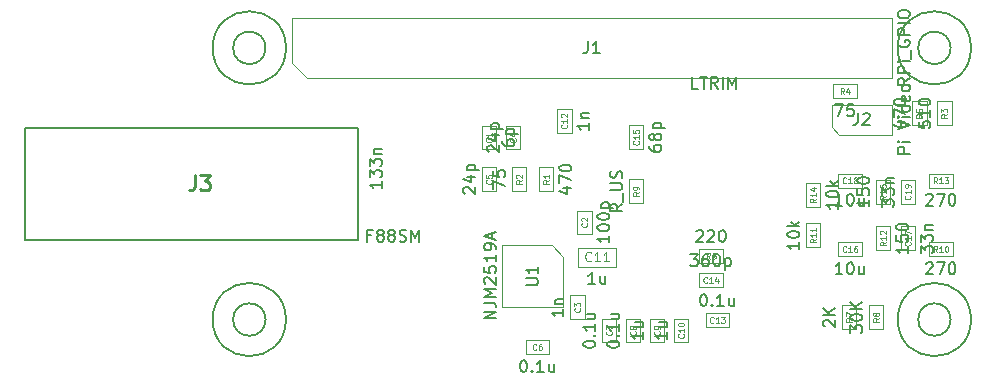
<source format=gbr>
G04 #@! TF.GenerationSoftware,KiCad,Pcbnew,(5.1.9)-1*
G04 #@! TF.CreationDate,2021-03-17T22:20:43-04:00*
G04 #@! TF.ProjectId,pi_zero_video_modulator,70695f7a-6572-46f5-9f76-6964656f5f6d,rev?*
G04 #@! TF.SameCoordinates,Original*
G04 #@! TF.FileFunction,Other,Fab,Top*
%FSLAX46Y46*%
G04 Gerber Fmt 4.6, Leading zero omitted, Abs format (unit mm)*
G04 Created by KiCad (PCBNEW (5.1.9)-1) date 2021-03-17 22:20:43*
%MOMM*%
%LPD*%
G01*
G04 APERTURE LIST*
%ADD10C,0.200000*%
%ADD11C,0.100000*%
%ADD12C,0.150000*%
%ADD13C,0.254000*%
%ADD14C,0.080000*%
%ADD15C,0.120000*%
G04 APERTURE END LIST*
D10*
X25197000Y-44247000D02*
X-3003000Y-44247000D01*
X-3003000Y-44247000D02*
X-3003000Y-34747000D01*
X-3003000Y-34747000D02*
X25197000Y-34747000D01*
X25197000Y-34747000D02*
X25197000Y-44247000D01*
D11*
X43181980Y-50961800D02*
X43181980Y-48961800D01*
X44381980Y-50961800D02*
X43181980Y-50961800D01*
X44381980Y-48961800D02*
X44381980Y-50961800D01*
X43181980Y-48961800D02*
X44381980Y-48961800D01*
X48168000Y-41132000D02*
X48168000Y-39132000D01*
X49368000Y-41132000D02*
X48168000Y-41132000D01*
X49368000Y-39132000D02*
X49368000Y-41132000D01*
X48168000Y-39132000D02*
X49368000Y-39132000D01*
X49368000Y-34560000D02*
X49368000Y-36560000D01*
X48168000Y-34560000D02*
X49368000Y-34560000D01*
X48168000Y-36560000D02*
X48168000Y-34560000D01*
X49368000Y-36560000D02*
X48168000Y-36560000D01*
X43279620Y-33185860D02*
X43279620Y-35185860D01*
X42079620Y-33185860D02*
X43279620Y-33185860D01*
X42079620Y-35185860D02*
X42079620Y-33185860D01*
X43279620Y-35185860D02*
X42079620Y-35185860D01*
X41594600Y-44705200D02*
X42594600Y-45705200D01*
X37364600Y-44705200D02*
X41594600Y-44705200D01*
X37364600Y-49935200D02*
X37364600Y-44705200D01*
X42594600Y-49935200D02*
X37364600Y-49935200D01*
X42594600Y-45705200D02*
X42594600Y-49935200D01*
X69072200Y-39182800D02*
X70272200Y-39182800D01*
X70272200Y-39182800D02*
X70272200Y-41182800D01*
X70272200Y-41182800D02*
X69072200Y-41182800D01*
X69072200Y-41182800D02*
X69072200Y-39182800D01*
X73549000Y-39843000D02*
X73549000Y-38643000D01*
X73549000Y-38643000D02*
X75549000Y-38643000D01*
X75549000Y-38643000D02*
X75549000Y-39843000D01*
X75549000Y-39843000D02*
X73549000Y-39843000D01*
X71155000Y-39182800D02*
X72355000Y-39182800D01*
X72355000Y-39182800D02*
X72355000Y-41182800D01*
X72355000Y-41182800D02*
X71155000Y-41182800D01*
X71155000Y-41182800D02*
X71155000Y-39182800D01*
X65852800Y-39843000D02*
X65852800Y-38643000D01*
X65852800Y-38643000D02*
X67852800Y-38643000D01*
X67852800Y-38643000D02*
X67852800Y-39843000D01*
X67852800Y-39843000D02*
X65852800Y-39843000D01*
X72145600Y-34528000D02*
X72145600Y-32528000D01*
X73345600Y-34528000D02*
X72145600Y-34528000D01*
X73345600Y-32528000D02*
X73345600Y-34528000D01*
X72145600Y-32528000D02*
X73345600Y-32528000D01*
X36922000Y-34585400D02*
X36922000Y-36585400D01*
X35722000Y-34585400D02*
X36922000Y-34585400D01*
X35722000Y-36585400D02*
X35722000Y-34585400D01*
X36922000Y-36585400D02*
X35722000Y-36585400D01*
X64354000Y-39436800D02*
X64354000Y-41436800D01*
X63154000Y-39436800D02*
X64354000Y-39436800D01*
X63154000Y-41436800D02*
X63154000Y-39436800D01*
X64354000Y-41436800D02*
X63154000Y-41436800D01*
X70272200Y-43119800D02*
X70272200Y-45119800D01*
X69072200Y-43119800D02*
X70272200Y-43119800D01*
X69072200Y-45119800D02*
X69072200Y-43119800D01*
X70272200Y-45119800D02*
X69072200Y-45119800D01*
X63154000Y-44865800D02*
X63154000Y-42865800D01*
X64354000Y-44865800D02*
X63154000Y-44865800D01*
X64354000Y-42865800D02*
X64354000Y-44865800D01*
X63154000Y-42865800D02*
X64354000Y-42865800D01*
X75549000Y-45659600D02*
X73549000Y-45659600D01*
X75549000Y-44459600D02*
X75549000Y-45659600D01*
X73549000Y-44459600D02*
X75549000Y-44459600D01*
X73549000Y-45659600D02*
X73549000Y-44459600D01*
X68488000Y-51800000D02*
X68488000Y-49800000D01*
X69688000Y-51800000D02*
X68488000Y-51800000D01*
X69688000Y-49800000D02*
X69688000Y-51800000D01*
X68488000Y-49800000D02*
X69688000Y-49800000D01*
X66202000Y-51800000D02*
X66202000Y-49800000D01*
X67402000Y-51800000D02*
X66202000Y-51800000D01*
X67402000Y-49800000D02*
X67402000Y-51800000D01*
X66202000Y-49800000D02*
X67402000Y-49800000D01*
X54084980Y-45015860D02*
X56084980Y-45015860D01*
X54084980Y-46215860D02*
X54084980Y-45015860D01*
X56084980Y-46215860D02*
X54084980Y-46215860D01*
X56084980Y-45015860D02*
X56084980Y-46215860D01*
X67421000Y-32273800D02*
X65421000Y-32273800D01*
X67421000Y-31073800D02*
X67421000Y-32273800D01*
X65421000Y-31073800D02*
X67421000Y-31073800D01*
X65421000Y-32273800D02*
X65421000Y-31073800D01*
X74253800Y-34528000D02*
X74253800Y-32528000D01*
X75453800Y-34528000D02*
X74253800Y-34528000D01*
X75453800Y-32528000D02*
X75453800Y-34528000D01*
X74253800Y-32528000D02*
X75453800Y-32528000D01*
X38262000Y-40116000D02*
X38262000Y-38116000D01*
X39462000Y-40116000D02*
X38262000Y-40116000D01*
X39462000Y-38116000D02*
X39462000Y-40116000D01*
X38262000Y-38116000D02*
X39462000Y-38116000D01*
X41748000Y-38116000D02*
X41748000Y-40116000D01*
X40548000Y-38116000D02*
X41748000Y-38116000D01*
X40548000Y-40116000D02*
X40548000Y-38116000D01*
X41748000Y-40116000D02*
X40548000Y-40116000D01*
X65953640Y-35338420D02*
X65318640Y-34703420D01*
X70398640Y-35338420D02*
X65953640Y-35338420D01*
X70398640Y-32798420D02*
X70398640Y-35338420D01*
X65318640Y-32798420D02*
X70398640Y-32798420D01*
X65318640Y-34703420D02*
X65318640Y-32798420D01*
X72355000Y-43119800D02*
X72355000Y-45119800D01*
X71155000Y-43119800D02*
X72355000Y-43119800D01*
X71155000Y-45119800D02*
X71155000Y-43119800D01*
X72355000Y-45119800D02*
X71155000Y-45119800D01*
X67852800Y-45659600D02*
X65852800Y-45659600D01*
X67852800Y-44459600D02*
X67852800Y-45659600D01*
X65852800Y-44459600D02*
X67852800Y-44459600D01*
X65852800Y-45659600D02*
X65852800Y-44459600D01*
X54082440Y-47075800D02*
X56082440Y-47075800D01*
X54082440Y-48275800D02*
X54082440Y-47075800D01*
X56082440Y-48275800D02*
X54082440Y-48275800D01*
X56082440Y-47075800D02*
X56082440Y-48275800D01*
X54626000Y-50454000D02*
X56626000Y-50454000D01*
X54626000Y-51654000D02*
X54626000Y-50454000D01*
X56626000Y-51654000D02*
X54626000Y-51654000D01*
X56626000Y-50454000D02*
X56626000Y-51654000D01*
X43840600Y-46520000D02*
X43840600Y-44920000D01*
X43840600Y-44920000D02*
X47040600Y-44920000D01*
X47040600Y-44920000D02*
X47040600Y-46520000D01*
X47040600Y-46520000D02*
X43840600Y-46520000D01*
X51978000Y-52917600D02*
X51978000Y-50917600D01*
X53178000Y-52917600D02*
X51978000Y-52917600D01*
X53178000Y-50917600D02*
X53178000Y-52917600D01*
X51978000Y-50917600D02*
X53178000Y-50917600D01*
X49946000Y-52917600D02*
X49946000Y-50917600D01*
X51146000Y-52917600D02*
X49946000Y-52917600D01*
X51146000Y-50917600D02*
X51146000Y-52917600D01*
X49946000Y-50917600D02*
X51146000Y-50917600D01*
X47914000Y-52917600D02*
X47914000Y-50917600D01*
X49114000Y-52917600D02*
X47914000Y-52917600D01*
X49114000Y-50917600D02*
X49114000Y-52917600D01*
X47914000Y-50917600D02*
X49114000Y-50917600D01*
X45882000Y-52917600D02*
X45882000Y-50917600D01*
X47082000Y-52917600D02*
X45882000Y-52917600D01*
X47082000Y-50917600D02*
X47082000Y-52917600D01*
X45882000Y-50917600D02*
X47082000Y-50917600D01*
X41386000Y-53940000D02*
X39386000Y-53940000D01*
X41386000Y-52740000D02*
X41386000Y-53940000D01*
X39386000Y-52740000D02*
X41386000Y-52740000D01*
X39386000Y-53940000D02*
X39386000Y-52740000D01*
X35722000Y-40116000D02*
X35722000Y-38116000D01*
X36922000Y-40116000D02*
X35722000Y-40116000D01*
X36922000Y-38116000D02*
X36922000Y-40116000D01*
X35722000Y-38116000D02*
X36922000Y-38116000D01*
X37754000Y-36585400D02*
X37754000Y-34585400D01*
X38954000Y-36585400D02*
X37754000Y-36585400D01*
X38954000Y-34585400D02*
X38954000Y-36585400D01*
X37754000Y-34585400D02*
X38954000Y-34585400D01*
X44973800Y-41773600D02*
X44973800Y-43773600D01*
X43773800Y-41773600D02*
X44973800Y-41773600D01*
X43773800Y-43773600D02*
X43773800Y-41773600D01*
X44973800Y-43773600D02*
X43773800Y-43773600D01*
X20870000Y-30540000D02*
X19600000Y-29270000D01*
X70400000Y-30540000D02*
X20870000Y-30540000D01*
X70400000Y-25460000D02*
X70400000Y-30540000D01*
X19600000Y-25460000D02*
X70400000Y-25460000D01*
X19600000Y-29270000D02*
X19600000Y-25460000D01*
D12*
X17375000Y-51000000D02*
G75*
G03*
X17375000Y-51000000I-1375000J0D01*
G01*
X19100000Y-51000000D02*
G75*
G03*
X19100000Y-51000000I-3100000J0D01*
G01*
X75375000Y-28000000D02*
G75*
G03*
X75375000Y-28000000I-1375000J0D01*
G01*
X77100000Y-28000000D02*
G75*
G03*
X77100000Y-28000000I-3100000J0D01*
G01*
X75375000Y-51000000D02*
G75*
G03*
X75375000Y-51000000I-1375000J0D01*
G01*
X77100000Y-51000000D02*
G75*
G03*
X77100000Y-51000000I-3100000J0D01*
G01*
X17375000Y-28000000D02*
G75*
G03*
X17375000Y-28000000I-1375000J0D01*
G01*
X19100000Y-28000000D02*
G75*
G03*
X19100000Y-28000000I-3100000J0D01*
G01*
D13*
X11375666Y-38801523D02*
X11375666Y-39708666D01*
X11315190Y-39890095D01*
X11194238Y-40011047D01*
X11012809Y-40071523D01*
X10891857Y-40071523D01*
X11859476Y-38801523D02*
X12645666Y-38801523D01*
X12222333Y-39285333D01*
X12403761Y-39285333D01*
X12524714Y-39345809D01*
X12585190Y-39406285D01*
X12645666Y-39527238D01*
X12645666Y-39829619D01*
X12585190Y-39950571D01*
X12524714Y-40011047D01*
X12403761Y-40071523D01*
X12040904Y-40071523D01*
X11919952Y-40011047D01*
X11859476Y-39950571D01*
D12*
X53991047Y-31448380D02*
X53514857Y-31448380D01*
X53514857Y-30448380D01*
X54181523Y-30448380D02*
X54752952Y-30448380D01*
X54467238Y-31448380D02*
X54467238Y-30448380D01*
X55657714Y-31448380D02*
X55324380Y-30972190D01*
X55086285Y-31448380D02*
X55086285Y-30448380D01*
X55467238Y-30448380D01*
X55562476Y-30496000D01*
X55610095Y-30543619D01*
X55657714Y-30638857D01*
X55657714Y-30781714D01*
X55610095Y-30876952D01*
X55562476Y-30924571D01*
X55467238Y-30972190D01*
X55086285Y-30972190D01*
X56086285Y-31448380D02*
X56086285Y-30448380D01*
X56562476Y-31448380D02*
X56562476Y-30448380D01*
X56895809Y-31162666D01*
X57229142Y-30448380D01*
X57229142Y-31448380D01*
X42584360Y-50128466D02*
X42584360Y-50699895D01*
X42584360Y-50414180D02*
X41584360Y-50414180D01*
X41727218Y-50509419D01*
X41822456Y-50604657D01*
X41870075Y-50699895D01*
X41917694Y-49699895D02*
X42584360Y-49699895D01*
X42012932Y-49699895D02*
X41965313Y-49652276D01*
X41917694Y-49557038D01*
X41917694Y-49414180D01*
X41965313Y-49318942D01*
X42060551Y-49271323D01*
X42584360Y-49271323D01*
D14*
X43960551Y-50045133D02*
X43984360Y-50068942D01*
X44008170Y-50140371D01*
X44008170Y-50187990D01*
X43984360Y-50259419D01*
X43936741Y-50307038D01*
X43889122Y-50330847D01*
X43793884Y-50354657D01*
X43722456Y-50354657D01*
X43627218Y-50330847D01*
X43579599Y-50307038D01*
X43531980Y-50259419D01*
X43508170Y-50187990D01*
X43508170Y-50140371D01*
X43531980Y-50068942D01*
X43555789Y-50045133D01*
X43508170Y-49878466D02*
X43508170Y-49568942D01*
X43698646Y-49735609D01*
X43698646Y-49664180D01*
X43722456Y-49616561D01*
X43746265Y-49592752D01*
X43793884Y-49568942D01*
X43912932Y-49568942D01*
X43960551Y-49592752D01*
X43984360Y-49616561D01*
X44008170Y-49664180D01*
X44008170Y-49807038D01*
X43984360Y-49854657D01*
X43960551Y-49878466D01*
D12*
X26336857Y-43878571D02*
X26003523Y-43878571D01*
X26003523Y-44402380D02*
X26003523Y-43402380D01*
X26479714Y-43402380D01*
X27003523Y-43830952D02*
X26908285Y-43783333D01*
X26860666Y-43735714D01*
X26813047Y-43640476D01*
X26813047Y-43592857D01*
X26860666Y-43497619D01*
X26908285Y-43450000D01*
X27003523Y-43402380D01*
X27194000Y-43402380D01*
X27289238Y-43450000D01*
X27336857Y-43497619D01*
X27384476Y-43592857D01*
X27384476Y-43640476D01*
X27336857Y-43735714D01*
X27289238Y-43783333D01*
X27194000Y-43830952D01*
X27003523Y-43830952D01*
X26908285Y-43878571D01*
X26860666Y-43926190D01*
X26813047Y-44021428D01*
X26813047Y-44211904D01*
X26860666Y-44307142D01*
X26908285Y-44354761D01*
X27003523Y-44402380D01*
X27194000Y-44402380D01*
X27289238Y-44354761D01*
X27336857Y-44307142D01*
X27384476Y-44211904D01*
X27384476Y-44021428D01*
X27336857Y-43926190D01*
X27289238Y-43878571D01*
X27194000Y-43830952D01*
X27955904Y-43830952D02*
X27860666Y-43783333D01*
X27813047Y-43735714D01*
X27765428Y-43640476D01*
X27765428Y-43592857D01*
X27813047Y-43497619D01*
X27860666Y-43450000D01*
X27955904Y-43402380D01*
X28146380Y-43402380D01*
X28241619Y-43450000D01*
X28289238Y-43497619D01*
X28336857Y-43592857D01*
X28336857Y-43640476D01*
X28289238Y-43735714D01*
X28241619Y-43783333D01*
X28146380Y-43830952D01*
X27955904Y-43830952D01*
X27860666Y-43878571D01*
X27813047Y-43926190D01*
X27765428Y-44021428D01*
X27765428Y-44211904D01*
X27813047Y-44307142D01*
X27860666Y-44354761D01*
X27955904Y-44402380D01*
X28146380Y-44402380D01*
X28241619Y-44354761D01*
X28289238Y-44307142D01*
X28336857Y-44211904D01*
X28336857Y-44021428D01*
X28289238Y-43926190D01*
X28241619Y-43878571D01*
X28146380Y-43830952D01*
X28717809Y-44354761D02*
X28860666Y-44402380D01*
X29098761Y-44402380D01*
X29194000Y-44354761D01*
X29241619Y-44307142D01*
X29289238Y-44211904D01*
X29289238Y-44116666D01*
X29241619Y-44021428D01*
X29194000Y-43973809D01*
X29098761Y-43926190D01*
X28908285Y-43878571D01*
X28813047Y-43830952D01*
X28765428Y-43783333D01*
X28717809Y-43688095D01*
X28717809Y-43592857D01*
X28765428Y-43497619D01*
X28813047Y-43450000D01*
X28908285Y-43402380D01*
X29146380Y-43402380D01*
X29289238Y-43450000D01*
X29717809Y-44402380D02*
X29717809Y-43402380D01*
X30051142Y-44116666D01*
X30384476Y-43402380D01*
X30384476Y-44402380D01*
X47570380Y-41203428D02*
X47094190Y-41536761D01*
X47570380Y-41774857D02*
X46570380Y-41774857D01*
X46570380Y-41393904D01*
X46618000Y-41298666D01*
X46665619Y-41251047D01*
X46760857Y-41203428D01*
X46903714Y-41203428D01*
X46998952Y-41251047D01*
X47046571Y-41298666D01*
X47094190Y-41393904D01*
X47094190Y-41774857D01*
X47665619Y-41012952D02*
X47665619Y-40251047D01*
X46570380Y-40012952D02*
X47379904Y-40012952D01*
X47475142Y-39965333D01*
X47522761Y-39917714D01*
X47570380Y-39822476D01*
X47570380Y-39632000D01*
X47522761Y-39536761D01*
X47475142Y-39489142D01*
X47379904Y-39441523D01*
X46570380Y-39441523D01*
X47522761Y-39012952D02*
X47570380Y-38870095D01*
X47570380Y-38632000D01*
X47522761Y-38536761D01*
X47475142Y-38489142D01*
X47379904Y-38441523D01*
X47284666Y-38441523D01*
X47189428Y-38489142D01*
X47141809Y-38536761D01*
X47094190Y-38632000D01*
X47046571Y-38822476D01*
X46998952Y-38917714D01*
X46951333Y-38965333D01*
X46856095Y-39012952D01*
X46760857Y-39012952D01*
X46665619Y-38965333D01*
X46618000Y-38917714D01*
X46570380Y-38822476D01*
X46570380Y-38584380D01*
X46618000Y-38441523D01*
D14*
X48994190Y-40215333D02*
X48756095Y-40382000D01*
X48994190Y-40501047D02*
X48494190Y-40501047D01*
X48494190Y-40310571D01*
X48518000Y-40262952D01*
X48541809Y-40239142D01*
X48589428Y-40215333D01*
X48660857Y-40215333D01*
X48708476Y-40239142D01*
X48732285Y-40262952D01*
X48756095Y-40310571D01*
X48756095Y-40501047D01*
X48994190Y-39977238D02*
X48994190Y-39882000D01*
X48970380Y-39834380D01*
X48946571Y-39810571D01*
X48875142Y-39762952D01*
X48779904Y-39739142D01*
X48589428Y-39739142D01*
X48541809Y-39762952D01*
X48518000Y-39786761D01*
X48494190Y-39834380D01*
X48494190Y-39929619D01*
X48518000Y-39977238D01*
X48541809Y-40001047D01*
X48589428Y-40024857D01*
X48708476Y-40024857D01*
X48756095Y-40001047D01*
X48779904Y-39977238D01*
X48803714Y-39929619D01*
X48803714Y-39834380D01*
X48779904Y-39786761D01*
X48756095Y-39762952D01*
X48708476Y-39739142D01*
D12*
X49870380Y-36298095D02*
X49870380Y-36488571D01*
X49918000Y-36583809D01*
X49965619Y-36631428D01*
X50108476Y-36726666D01*
X50298952Y-36774285D01*
X50679904Y-36774285D01*
X50775142Y-36726666D01*
X50822761Y-36679047D01*
X50870380Y-36583809D01*
X50870380Y-36393333D01*
X50822761Y-36298095D01*
X50775142Y-36250476D01*
X50679904Y-36202857D01*
X50441809Y-36202857D01*
X50346571Y-36250476D01*
X50298952Y-36298095D01*
X50251333Y-36393333D01*
X50251333Y-36583809D01*
X50298952Y-36679047D01*
X50346571Y-36726666D01*
X50441809Y-36774285D01*
X50298952Y-35631428D02*
X50251333Y-35726666D01*
X50203714Y-35774285D01*
X50108476Y-35821904D01*
X50060857Y-35821904D01*
X49965619Y-35774285D01*
X49918000Y-35726666D01*
X49870380Y-35631428D01*
X49870380Y-35440952D01*
X49918000Y-35345714D01*
X49965619Y-35298095D01*
X50060857Y-35250476D01*
X50108476Y-35250476D01*
X50203714Y-35298095D01*
X50251333Y-35345714D01*
X50298952Y-35440952D01*
X50298952Y-35631428D01*
X50346571Y-35726666D01*
X50394190Y-35774285D01*
X50489428Y-35821904D01*
X50679904Y-35821904D01*
X50775142Y-35774285D01*
X50822761Y-35726666D01*
X50870380Y-35631428D01*
X50870380Y-35440952D01*
X50822761Y-35345714D01*
X50775142Y-35298095D01*
X50679904Y-35250476D01*
X50489428Y-35250476D01*
X50394190Y-35298095D01*
X50346571Y-35345714D01*
X50298952Y-35440952D01*
X50203714Y-34821904D02*
X51203714Y-34821904D01*
X50251333Y-34821904D02*
X50203714Y-34726666D01*
X50203714Y-34536190D01*
X50251333Y-34440952D01*
X50298952Y-34393333D01*
X50394190Y-34345714D01*
X50679904Y-34345714D01*
X50775142Y-34393333D01*
X50822761Y-34440952D01*
X50870380Y-34536190D01*
X50870380Y-34726666D01*
X50822761Y-34821904D01*
D14*
X48946571Y-35881428D02*
X48970380Y-35905238D01*
X48994190Y-35976666D01*
X48994190Y-36024285D01*
X48970380Y-36095714D01*
X48922761Y-36143333D01*
X48875142Y-36167142D01*
X48779904Y-36190952D01*
X48708476Y-36190952D01*
X48613238Y-36167142D01*
X48565619Y-36143333D01*
X48518000Y-36095714D01*
X48494190Y-36024285D01*
X48494190Y-35976666D01*
X48518000Y-35905238D01*
X48541809Y-35881428D01*
X48994190Y-35405238D02*
X48994190Y-35690952D01*
X48994190Y-35548095D02*
X48494190Y-35548095D01*
X48565619Y-35595714D01*
X48613238Y-35643333D01*
X48637047Y-35690952D01*
X48494190Y-34952857D02*
X48494190Y-35190952D01*
X48732285Y-35214761D01*
X48708476Y-35190952D01*
X48684666Y-35143333D01*
X48684666Y-35024285D01*
X48708476Y-34976666D01*
X48732285Y-34952857D01*
X48779904Y-34929047D01*
X48898952Y-34929047D01*
X48946571Y-34952857D01*
X48970380Y-34976666D01*
X48994190Y-35024285D01*
X48994190Y-35143333D01*
X48970380Y-35190952D01*
X48946571Y-35214761D01*
D12*
X44782000Y-34352526D02*
X44782000Y-34923955D01*
X44782000Y-34638240D02*
X43782000Y-34638240D01*
X43924858Y-34733479D01*
X44020096Y-34828717D01*
X44067715Y-34923955D01*
X44115334Y-33923955D02*
X44782000Y-33923955D01*
X44210572Y-33923955D02*
X44162953Y-33876336D01*
X44115334Y-33781098D01*
X44115334Y-33638240D01*
X44162953Y-33543002D01*
X44258191Y-33495383D01*
X44782000Y-33495383D01*
D14*
X42858191Y-34507288D02*
X42882000Y-34531098D01*
X42905810Y-34602526D01*
X42905810Y-34650145D01*
X42882000Y-34721574D01*
X42834381Y-34769193D01*
X42786762Y-34793002D01*
X42691524Y-34816812D01*
X42620096Y-34816812D01*
X42524858Y-34793002D01*
X42477239Y-34769193D01*
X42429620Y-34721574D01*
X42405810Y-34650145D01*
X42405810Y-34602526D01*
X42429620Y-34531098D01*
X42453429Y-34507288D01*
X42905810Y-34031098D02*
X42905810Y-34316812D01*
X42905810Y-34173955D02*
X42405810Y-34173955D01*
X42477239Y-34221574D01*
X42524858Y-34269193D01*
X42548667Y-34316812D01*
X42453429Y-33840621D02*
X42429620Y-33816812D01*
X42405810Y-33769193D01*
X42405810Y-33650145D01*
X42429620Y-33602526D01*
X42453429Y-33578717D01*
X42501048Y-33554907D01*
X42548667Y-33554907D01*
X42620096Y-33578717D01*
X42905810Y-33864431D01*
X42905810Y-33554907D01*
D12*
X36871980Y-50891628D02*
X35871980Y-50891628D01*
X36871980Y-50320200D01*
X35871980Y-50320200D01*
X35871980Y-49558295D02*
X36586266Y-49558295D01*
X36729123Y-49605914D01*
X36824361Y-49701152D01*
X36871980Y-49844009D01*
X36871980Y-49939247D01*
X36871980Y-49082104D02*
X35871980Y-49082104D01*
X36586266Y-48748771D01*
X35871980Y-48415438D01*
X36871980Y-48415438D01*
X35967219Y-47986866D02*
X35919600Y-47939247D01*
X35871980Y-47844009D01*
X35871980Y-47605914D01*
X35919600Y-47510676D01*
X35967219Y-47463057D01*
X36062457Y-47415438D01*
X36157695Y-47415438D01*
X36300552Y-47463057D01*
X36871980Y-48034485D01*
X36871980Y-47415438D01*
X35871980Y-46510676D02*
X35871980Y-46986866D01*
X36348171Y-47034485D01*
X36300552Y-46986866D01*
X36252933Y-46891628D01*
X36252933Y-46653533D01*
X36300552Y-46558295D01*
X36348171Y-46510676D01*
X36443409Y-46463057D01*
X36681504Y-46463057D01*
X36776742Y-46510676D01*
X36824361Y-46558295D01*
X36871980Y-46653533D01*
X36871980Y-46891628D01*
X36824361Y-46986866D01*
X36776742Y-47034485D01*
X36871980Y-45510676D02*
X36871980Y-46082104D01*
X36871980Y-45796390D02*
X35871980Y-45796390D01*
X36014838Y-45891628D01*
X36110076Y-45986866D01*
X36157695Y-46082104D01*
X36871980Y-45034485D02*
X36871980Y-44844009D01*
X36824361Y-44748771D01*
X36776742Y-44701152D01*
X36633885Y-44605914D01*
X36443409Y-44558295D01*
X36062457Y-44558295D01*
X35967219Y-44605914D01*
X35919600Y-44653533D01*
X35871980Y-44748771D01*
X35871980Y-44939247D01*
X35919600Y-45034485D01*
X35967219Y-45082104D01*
X36062457Y-45129723D01*
X36300552Y-45129723D01*
X36395790Y-45082104D01*
X36443409Y-45034485D01*
X36491028Y-44939247D01*
X36491028Y-44748771D01*
X36443409Y-44653533D01*
X36395790Y-44605914D01*
X36300552Y-44558295D01*
X36586266Y-44177342D02*
X36586266Y-43701152D01*
X36871980Y-44272580D02*
X35871980Y-43939247D01*
X36871980Y-43605914D01*
X39431980Y-48082104D02*
X40241504Y-48082104D01*
X40336742Y-48034485D01*
X40384361Y-47986866D01*
X40431980Y-47891628D01*
X40431980Y-47701152D01*
X40384361Y-47605914D01*
X40336742Y-47558295D01*
X40241504Y-47510676D01*
X39431980Y-47510676D01*
X40431980Y-46510676D02*
X40431980Y-47082104D01*
X40431980Y-46796390D02*
X39431980Y-46796390D01*
X39574838Y-46891628D01*
X39670076Y-46986866D01*
X39717695Y-47082104D01*
X68474580Y-40849466D02*
X68474580Y-41420895D01*
X68474580Y-41135180D02*
X67474580Y-41135180D01*
X67617438Y-41230419D01*
X67712676Y-41325657D01*
X67760295Y-41420895D01*
X67474580Y-39944704D02*
X67474580Y-40420895D01*
X67950771Y-40468514D01*
X67903152Y-40420895D01*
X67855533Y-40325657D01*
X67855533Y-40087561D01*
X67903152Y-39992323D01*
X67950771Y-39944704D01*
X68046009Y-39897085D01*
X68284104Y-39897085D01*
X68379342Y-39944704D01*
X68426961Y-39992323D01*
X68474580Y-40087561D01*
X68474580Y-40325657D01*
X68426961Y-40420895D01*
X68379342Y-40468514D01*
X67474580Y-39278038D02*
X67474580Y-39182800D01*
X67522200Y-39087561D01*
X67569819Y-39039942D01*
X67665057Y-38992323D01*
X67855533Y-38944704D01*
X68093628Y-38944704D01*
X68284104Y-38992323D01*
X68379342Y-39039942D01*
X68426961Y-39087561D01*
X68474580Y-39182800D01*
X68474580Y-39278038D01*
X68426961Y-39373276D01*
X68379342Y-39420895D01*
X68284104Y-39468514D01*
X68093628Y-39516133D01*
X67855533Y-39516133D01*
X67665057Y-39468514D01*
X67569819Y-39420895D01*
X67522200Y-39373276D01*
X67474580Y-39278038D01*
D14*
X69898390Y-40504228D02*
X69660295Y-40670895D01*
X69898390Y-40789942D02*
X69398390Y-40789942D01*
X69398390Y-40599466D01*
X69422200Y-40551847D01*
X69446009Y-40528038D01*
X69493628Y-40504228D01*
X69565057Y-40504228D01*
X69612676Y-40528038D01*
X69636485Y-40551847D01*
X69660295Y-40599466D01*
X69660295Y-40789942D01*
X69898390Y-40028038D02*
X69898390Y-40313752D01*
X69898390Y-40170895D02*
X69398390Y-40170895D01*
X69469819Y-40218514D01*
X69517438Y-40266133D01*
X69541247Y-40313752D01*
X69398390Y-39575657D02*
X69398390Y-39813752D01*
X69636485Y-39837561D01*
X69612676Y-39813752D01*
X69588866Y-39766133D01*
X69588866Y-39647085D01*
X69612676Y-39599466D01*
X69636485Y-39575657D01*
X69684104Y-39551847D01*
X69803152Y-39551847D01*
X69850771Y-39575657D01*
X69874580Y-39599466D01*
X69898390Y-39647085D01*
X69898390Y-39766133D01*
X69874580Y-39813752D01*
X69850771Y-39837561D01*
D12*
X73310904Y-40440619D02*
X73358523Y-40393000D01*
X73453761Y-40345380D01*
X73691857Y-40345380D01*
X73787095Y-40393000D01*
X73834714Y-40440619D01*
X73882333Y-40535857D01*
X73882333Y-40631095D01*
X73834714Y-40773952D01*
X73263285Y-41345380D01*
X73882333Y-41345380D01*
X74215666Y-40345380D02*
X74882333Y-40345380D01*
X74453761Y-41345380D01*
X75453761Y-40345380D02*
X75549000Y-40345380D01*
X75644238Y-40393000D01*
X75691857Y-40440619D01*
X75739476Y-40535857D01*
X75787095Y-40726333D01*
X75787095Y-40964428D01*
X75739476Y-41154904D01*
X75691857Y-41250142D01*
X75644238Y-41297761D01*
X75549000Y-41345380D01*
X75453761Y-41345380D01*
X75358523Y-41297761D01*
X75310904Y-41250142D01*
X75263285Y-41154904D01*
X75215666Y-40964428D01*
X75215666Y-40726333D01*
X75263285Y-40535857D01*
X75310904Y-40440619D01*
X75358523Y-40393000D01*
X75453761Y-40345380D01*
D14*
X74227571Y-39469190D02*
X74060904Y-39231095D01*
X73941857Y-39469190D02*
X73941857Y-38969190D01*
X74132333Y-38969190D01*
X74179952Y-38993000D01*
X74203761Y-39016809D01*
X74227571Y-39064428D01*
X74227571Y-39135857D01*
X74203761Y-39183476D01*
X74179952Y-39207285D01*
X74132333Y-39231095D01*
X73941857Y-39231095D01*
X74703761Y-39469190D02*
X74418047Y-39469190D01*
X74560904Y-39469190D02*
X74560904Y-38969190D01*
X74513285Y-39040619D01*
X74465666Y-39088238D01*
X74418047Y-39112047D01*
X74870428Y-38969190D02*
X75179952Y-38969190D01*
X75013285Y-39159666D01*
X75084714Y-39159666D01*
X75132333Y-39183476D01*
X75156142Y-39207285D01*
X75179952Y-39254904D01*
X75179952Y-39373952D01*
X75156142Y-39421571D01*
X75132333Y-39445380D01*
X75084714Y-39469190D01*
X74941857Y-39469190D01*
X74894238Y-39445380D01*
X74870428Y-39421571D01*
D12*
X69557380Y-41444704D02*
X69557380Y-40825657D01*
X69938333Y-41158990D01*
X69938333Y-41016133D01*
X69985952Y-40920895D01*
X70033571Y-40873276D01*
X70128809Y-40825657D01*
X70366904Y-40825657D01*
X70462142Y-40873276D01*
X70509761Y-40920895D01*
X70557380Y-41016133D01*
X70557380Y-41301847D01*
X70509761Y-41397085D01*
X70462142Y-41444704D01*
X69557380Y-40492323D02*
X69557380Y-39873276D01*
X69938333Y-40206609D01*
X69938333Y-40063752D01*
X69985952Y-39968514D01*
X70033571Y-39920895D01*
X70128809Y-39873276D01*
X70366904Y-39873276D01*
X70462142Y-39920895D01*
X70509761Y-39968514D01*
X70557380Y-40063752D01*
X70557380Y-40349466D01*
X70509761Y-40444704D01*
X70462142Y-40492323D01*
X69890714Y-39444704D02*
X70557380Y-39444704D01*
X69985952Y-39444704D02*
X69938333Y-39397085D01*
X69890714Y-39301847D01*
X69890714Y-39158990D01*
X69938333Y-39063752D01*
X70033571Y-39016133D01*
X70557380Y-39016133D01*
D14*
X71933571Y-40504228D02*
X71957380Y-40528038D01*
X71981190Y-40599466D01*
X71981190Y-40647085D01*
X71957380Y-40718514D01*
X71909761Y-40766133D01*
X71862142Y-40789942D01*
X71766904Y-40813752D01*
X71695476Y-40813752D01*
X71600238Y-40789942D01*
X71552619Y-40766133D01*
X71505000Y-40718514D01*
X71481190Y-40647085D01*
X71481190Y-40599466D01*
X71505000Y-40528038D01*
X71528809Y-40504228D01*
X71981190Y-40028038D02*
X71981190Y-40313752D01*
X71981190Y-40170895D02*
X71481190Y-40170895D01*
X71552619Y-40218514D01*
X71600238Y-40266133D01*
X71624047Y-40313752D01*
X71981190Y-39789942D02*
X71981190Y-39694704D01*
X71957380Y-39647085D01*
X71933571Y-39623276D01*
X71862142Y-39575657D01*
X71766904Y-39551847D01*
X71576428Y-39551847D01*
X71528809Y-39575657D01*
X71505000Y-39599466D01*
X71481190Y-39647085D01*
X71481190Y-39742323D01*
X71505000Y-39789942D01*
X71528809Y-39813752D01*
X71576428Y-39837561D01*
X71695476Y-39837561D01*
X71743095Y-39813752D01*
X71766904Y-39789942D01*
X71790714Y-39742323D01*
X71790714Y-39647085D01*
X71766904Y-39599466D01*
X71743095Y-39575657D01*
X71695476Y-39551847D01*
D12*
X66209942Y-41345380D02*
X65638514Y-41345380D01*
X65924228Y-41345380D02*
X65924228Y-40345380D01*
X65828990Y-40488238D01*
X65733752Y-40583476D01*
X65638514Y-40631095D01*
X66828990Y-40345380D02*
X66924228Y-40345380D01*
X67019466Y-40393000D01*
X67067085Y-40440619D01*
X67114704Y-40535857D01*
X67162323Y-40726333D01*
X67162323Y-40964428D01*
X67114704Y-41154904D01*
X67067085Y-41250142D01*
X67019466Y-41297761D01*
X66924228Y-41345380D01*
X66828990Y-41345380D01*
X66733752Y-41297761D01*
X66686133Y-41250142D01*
X66638514Y-41154904D01*
X66590895Y-40964428D01*
X66590895Y-40726333D01*
X66638514Y-40535857D01*
X66686133Y-40440619D01*
X66733752Y-40393000D01*
X66828990Y-40345380D01*
X68019466Y-40678714D02*
X68019466Y-41345380D01*
X67590895Y-40678714D02*
X67590895Y-41202523D01*
X67638514Y-41297761D01*
X67733752Y-41345380D01*
X67876609Y-41345380D01*
X67971847Y-41297761D01*
X68019466Y-41250142D01*
D14*
X66531371Y-39421571D02*
X66507561Y-39445380D01*
X66436133Y-39469190D01*
X66388514Y-39469190D01*
X66317085Y-39445380D01*
X66269466Y-39397761D01*
X66245657Y-39350142D01*
X66221847Y-39254904D01*
X66221847Y-39183476D01*
X66245657Y-39088238D01*
X66269466Y-39040619D01*
X66317085Y-38993000D01*
X66388514Y-38969190D01*
X66436133Y-38969190D01*
X66507561Y-38993000D01*
X66531371Y-39016809D01*
X67007561Y-39469190D02*
X66721847Y-39469190D01*
X66864704Y-39469190D02*
X66864704Y-38969190D01*
X66817085Y-39040619D01*
X66769466Y-39088238D01*
X66721847Y-39112047D01*
X67293276Y-39183476D02*
X67245657Y-39159666D01*
X67221847Y-39135857D01*
X67198038Y-39088238D01*
X67198038Y-39064428D01*
X67221847Y-39016809D01*
X67245657Y-38993000D01*
X67293276Y-38969190D01*
X67388514Y-38969190D01*
X67436133Y-38993000D01*
X67459942Y-39016809D01*
X67483752Y-39064428D01*
X67483752Y-39088238D01*
X67459942Y-39135857D01*
X67436133Y-39159666D01*
X67388514Y-39183476D01*
X67293276Y-39183476D01*
X67245657Y-39207285D01*
X67221847Y-39231095D01*
X67198038Y-39278714D01*
X67198038Y-39373952D01*
X67221847Y-39421571D01*
X67245657Y-39445380D01*
X67293276Y-39469190D01*
X67388514Y-39469190D01*
X67436133Y-39445380D01*
X67459942Y-39421571D01*
X67483752Y-39373952D01*
X67483752Y-39278714D01*
X67459942Y-39231095D01*
X67436133Y-39207285D01*
X67388514Y-39183476D01*
D12*
X70881314Y-34289904D02*
X71547980Y-34289904D01*
X70500361Y-34528000D02*
X71214647Y-34766095D01*
X71214647Y-34147047D01*
X70547980Y-33861333D02*
X70547980Y-33194666D01*
X71547980Y-33623238D01*
X70547980Y-32623238D02*
X70547980Y-32528000D01*
X70595600Y-32432761D01*
X70643219Y-32385142D01*
X70738457Y-32337523D01*
X70928933Y-32289904D01*
X71167028Y-32289904D01*
X71357504Y-32337523D01*
X71452742Y-32385142D01*
X71500361Y-32432761D01*
X71547980Y-32528000D01*
X71547980Y-32623238D01*
X71500361Y-32718476D01*
X71452742Y-32766095D01*
X71357504Y-32813714D01*
X71167028Y-32861333D01*
X70928933Y-32861333D01*
X70738457Y-32813714D01*
X70643219Y-32766095D01*
X70595600Y-32718476D01*
X70547980Y-32623238D01*
D14*
X72971790Y-33611333D02*
X72733695Y-33778000D01*
X72971790Y-33897047D02*
X72471790Y-33897047D01*
X72471790Y-33706571D01*
X72495600Y-33658952D01*
X72519409Y-33635142D01*
X72567028Y-33611333D01*
X72638457Y-33611333D01*
X72686076Y-33635142D01*
X72709885Y-33658952D01*
X72733695Y-33706571D01*
X72733695Y-33897047D01*
X72471790Y-33158952D02*
X72471790Y-33397047D01*
X72709885Y-33420857D01*
X72686076Y-33397047D01*
X72662266Y-33349428D01*
X72662266Y-33230380D01*
X72686076Y-33182761D01*
X72709885Y-33158952D01*
X72757504Y-33135142D01*
X72876552Y-33135142D01*
X72924171Y-33158952D01*
X72947980Y-33182761D01*
X72971790Y-33230380D01*
X72971790Y-33349428D01*
X72947980Y-33397047D01*
X72924171Y-33420857D01*
D12*
X37424380Y-35847304D02*
X37424380Y-36037780D01*
X37472000Y-36133019D01*
X37519619Y-36180638D01*
X37662476Y-36275876D01*
X37852952Y-36323495D01*
X38233904Y-36323495D01*
X38329142Y-36275876D01*
X38376761Y-36228257D01*
X38424380Y-36133019D01*
X38424380Y-35942542D01*
X38376761Y-35847304D01*
X38329142Y-35799685D01*
X38233904Y-35752066D01*
X37995809Y-35752066D01*
X37900571Y-35799685D01*
X37852952Y-35847304D01*
X37805333Y-35942542D01*
X37805333Y-36133019D01*
X37852952Y-36228257D01*
X37900571Y-36275876D01*
X37995809Y-36323495D01*
X37757714Y-35323495D02*
X38757714Y-35323495D01*
X37805333Y-35323495D02*
X37757714Y-35228257D01*
X37757714Y-35037780D01*
X37805333Y-34942542D01*
X37852952Y-34894923D01*
X37948190Y-34847304D01*
X38233904Y-34847304D01*
X38329142Y-34894923D01*
X38376761Y-34942542D01*
X38424380Y-35037780D01*
X38424380Y-35228257D01*
X38376761Y-35323495D01*
D14*
X36500571Y-35668733D02*
X36524380Y-35692542D01*
X36548190Y-35763971D01*
X36548190Y-35811590D01*
X36524380Y-35883019D01*
X36476761Y-35930638D01*
X36429142Y-35954447D01*
X36333904Y-35978257D01*
X36262476Y-35978257D01*
X36167238Y-35954447D01*
X36119619Y-35930638D01*
X36072000Y-35883019D01*
X36048190Y-35811590D01*
X36048190Y-35763971D01*
X36072000Y-35692542D01*
X36095809Y-35668733D01*
X36548190Y-35192542D02*
X36548190Y-35478257D01*
X36548190Y-35335400D02*
X36048190Y-35335400D01*
X36119619Y-35383019D01*
X36167238Y-35430638D01*
X36191047Y-35478257D01*
D12*
X65856380Y-41032038D02*
X65856380Y-41603466D01*
X65856380Y-41317752D02*
X64856380Y-41317752D01*
X64999238Y-41412990D01*
X65094476Y-41508228D01*
X65142095Y-41603466D01*
X64856380Y-40412990D02*
X64856380Y-40317752D01*
X64904000Y-40222514D01*
X64951619Y-40174895D01*
X65046857Y-40127276D01*
X65237333Y-40079657D01*
X65475428Y-40079657D01*
X65665904Y-40127276D01*
X65761142Y-40174895D01*
X65808761Y-40222514D01*
X65856380Y-40317752D01*
X65856380Y-40412990D01*
X65808761Y-40508228D01*
X65761142Y-40555847D01*
X65665904Y-40603466D01*
X65475428Y-40651085D01*
X65237333Y-40651085D01*
X65046857Y-40603466D01*
X64951619Y-40555847D01*
X64904000Y-40508228D01*
X64856380Y-40412990D01*
X65856380Y-39651085D02*
X64856380Y-39651085D01*
X65475428Y-39555847D02*
X65856380Y-39270133D01*
X65189714Y-39270133D02*
X65570666Y-39651085D01*
D14*
X63980190Y-40758228D02*
X63742095Y-40924895D01*
X63980190Y-41043942D02*
X63480190Y-41043942D01*
X63480190Y-40853466D01*
X63504000Y-40805847D01*
X63527809Y-40782038D01*
X63575428Y-40758228D01*
X63646857Y-40758228D01*
X63694476Y-40782038D01*
X63718285Y-40805847D01*
X63742095Y-40853466D01*
X63742095Y-41043942D01*
X63980190Y-40282038D02*
X63980190Y-40567752D01*
X63980190Y-40424895D02*
X63480190Y-40424895D01*
X63551619Y-40472514D01*
X63599238Y-40520133D01*
X63623047Y-40567752D01*
X63646857Y-39853466D02*
X63980190Y-39853466D01*
X63456380Y-39972514D02*
X63813523Y-40091561D01*
X63813523Y-39782038D01*
D12*
X71774580Y-44786466D02*
X71774580Y-45357895D01*
X71774580Y-45072180D02*
X70774580Y-45072180D01*
X70917438Y-45167419D01*
X71012676Y-45262657D01*
X71060295Y-45357895D01*
X70774580Y-43881704D02*
X70774580Y-44357895D01*
X71250771Y-44405514D01*
X71203152Y-44357895D01*
X71155533Y-44262657D01*
X71155533Y-44024561D01*
X71203152Y-43929323D01*
X71250771Y-43881704D01*
X71346009Y-43834085D01*
X71584104Y-43834085D01*
X71679342Y-43881704D01*
X71726961Y-43929323D01*
X71774580Y-44024561D01*
X71774580Y-44262657D01*
X71726961Y-44357895D01*
X71679342Y-44405514D01*
X70774580Y-43215038D02*
X70774580Y-43119800D01*
X70822200Y-43024561D01*
X70869819Y-42976942D01*
X70965057Y-42929323D01*
X71155533Y-42881704D01*
X71393628Y-42881704D01*
X71584104Y-42929323D01*
X71679342Y-42976942D01*
X71726961Y-43024561D01*
X71774580Y-43119800D01*
X71774580Y-43215038D01*
X71726961Y-43310276D01*
X71679342Y-43357895D01*
X71584104Y-43405514D01*
X71393628Y-43453133D01*
X71155533Y-43453133D01*
X70965057Y-43405514D01*
X70869819Y-43357895D01*
X70822200Y-43310276D01*
X70774580Y-43215038D01*
D14*
X69898390Y-44441228D02*
X69660295Y-44607895D01*
X69898390Y-44726942D02*
X69398390Y-44726942D01*
X69398390Y-44536466D01*
X69422200Y-44488847D01*
X69446009Y-44465038D01*
X69493628Y-44441228D01*
X69565057Y-44441228D01*
X69612676Y-44465038D01*
X69636485Y-44488847D01*
X69660295Y-44536466D01*
X69660295Y-44726942D01*
X69898390Y-43965038D02*
X69898390Y-44250752D01*
X69898390Y-44107895D02*
X69398390Y-44107895D01*
X69469819Y-44155514D01*
X69517438Y-44203133D01*
X69541247Y-44250752D01*
X69446009Y-43774561D02*
X69422200Y-43750752D01*
X69398390Y-43703133D01*
X69398390Y-43584085D01*
X69422200Y-43536466D01*
X69446009Y-43512657D01*
X69493628Y-43488847D01*
X69541247Y-43488847D01*
X69612676Y-43512657D01*
X69898390Y-43798371D01*
X69898390Y-43488847D01*
D12*
X62556380Y-44461038D02*
X62556380Y-45032466D01*
X62556380Y-44746752D02*
X61556380Y-44746752D01*
X61699238Y-44841990D01*
X61794476Y-44937228D01*
X61842095Y-45032466D01*
X61556380Y-43841990D02*
X61556380Y-43746752D01*
X61604000Y-43651514D01*
X61651619Y-43603895D01*
X61746857Y-43556276D01*
X61937333Y-43508657D01*
X62175428Y-43508657D01*
X62365904Y-43556276D01*
X62461142Y-43603895D01*
X62508761Y-43651514D01*
X62556380Y-43746752D01*
X62556380Y-43841990D01*
X62508761Y-43937228D01*
X62461142Y-43984847D01*
X62365904Y-44032466D01*
X62175428Y-44080085D01*
X61937333Y-44080085D01*
X61746857Y-44032466D01*
X61651619Y-43984847D01*
X61604000Y-43937228D01*
X61556380Y-43841990D01*
X62556380Y-43080085D02*
X61556380Y-43080085D01*
X62175428Y-42984847D02*
X62556380Y-42699133D01*
X61889714Y-42699133D02*
X62270666Y-43080085D01*
D14*
X63980190Y-44187228D02*
X63742095Y-44353895D01*
X63980190Y-44472942D02*
X63480190Y-44472942D01*
X63480190Y-44282466D01*
X63504000Y-44234847D01*
X63527809Y-44211038D01*
X63575428Y-44187228D01*
X63646857Y-44187228D01*
X63694476Y-44211038D01*
X63718285Y-44234847D01*
X63742095Y-44282466D01*
X63742095Y-44472942D01*
X63980190Y-43711038D02*
X63980190Y-43996752D01*
X63980190Y-43853895D02*
X63480190Y-43853895D01*
X63551619Y-43901514D01*
X63599238Y-43949133D01*
X63623047Y-43996752D01*
X63980190Y-43234847D02*
X63980190Y-43520561D01*
X63980190Y-43377704D02*
X63480190Y-43377704D01*
X63551619Y-43425323D01*
X63599238Y-43472942D01*
X63623047Y-43520561D01*
D12*
X73310904Y-46257219D02*
X73358523Y-46209600D01*
X73453761Y-46161980D01*
X73691857Y-46161980D01*
X73787095Y-46209600D01*
X73834714Y-46257219D01*
X73882333Y-46352457D01*
X73882333Y-46447695D01*
X73834714Y-46590552D01*
X73263285Y-47161980D01*
X73882333Y-47161980D01*
X74215666Y-46161980D02*
X74882333Y-46161980D01*
X74453761Y-47161980D01*
X75453761Y-46161980D02*
X75549000Y-46161980D01*
X75644238Y-46209600D01*
X75691857Y-46257219D01*
X75739476Y-46352457D01*
X75787095Y-46542933D01*
X75787095Y-46781028D01*
X75739476Y-46971504D01*
X75691857Y-47066742D01*
X75644238Y-47114361D01*
X75549000Y-47161980D01*
X75453761Y-47161980D01*
X75358523Y-47114361D01*
X75310904Y-47066742D01*
X75263285Y-46971504D01*
X75215666Y-46781028D01*
X75215666Y-46542933D01*
X75263285Y-46352457D01*
X75310904Y-46257219D01*
X75358523Y-46209600D01*
X75453761Y-46161980D01*
D14*
X74227571Y-45285790D02*
X74060904Y-45047695D01*
X73941857Y-45285790D02*
X73941857Y-44785790D01*
X74132333Y-44785790D01*
X74179952Y-44809600D01*
X74203761Y-44833409D01*
X74227571Y-44881028D01*
X74227571Y-44952457D01*
X74203761Y-45000076D01*
X74179952Y-45023885D01*
X74132333Y-45047695D01*
X73941857Y-45047695D01*
X74703761Y-45285790D02*
X74418047Y-45285790D01*
X74560904Y-45285790D02*
X74560904Y-44785790D01*
X74513285Y-44857219D01*
X74465666Y-44904838D01*
X74418047Y-44928647D01*
X75013285Y-44785790D02*
X75060904Y-44785790D01*
X75108523Y-44809600D01*
X75132333Y-44833409D01*
X75156142Y-44881028D01*
X75179952Y-44976266D01*
X75179952Y-45095314D01*
X75156142Y-45190552D01*
X75132333Y-45238171D01*
X75108523Y-45261980D01*
X75060904Y-45285790D01*
X75013285Y-45285790D01*
X74965666Y-45261980D01*
X74941857Y-45238171D01*
X74918047Y-45190552D01*
X74894238Y-45095314D01*
X74894238Y-44976266D01*
X74918047Y-44881028D01*
X74941857Y-44833409D01*
X74965666Y-44809600D01*
X75013285Y-44785790D01*
D12*
X66890380Y-52109523D02*
X66890380Y-51490476D01*
X67271333Y-51823809D01*
X67271333Y-51680952D01*
X67318952Y-51585714D01*
X67366571Y-51538095D01*
X67461809Y-51490476D01*
X67699904Y-51490476D01*
X67795142Y-51538095D01*
X67842761Y-51585714D01*
X67890380Y-51680952D01*
X67890380Y-51966666D01*
X67842761Y-52061904D01*
X67795142Y-52109523D01*
X66890380Y-50871428D02*
X66890380Y-50776190D01*
X66938000Y-50680952D01*
X66985619Y-50633333D01*
X67080857Y-50585714D01*
X67271333Y-50538095D01*
X67509428Y-50538095D01*
X67699904Y-50585714D01*
X67795142Y-50633333D01*
X67842761Y-50680952D01*
X67890380Y-50776190D01*
X67890380Y-50871428D01*
X67842761Y-50966666D01*
X67795142Y-51014285D01*
X67699904Y-51061904D01*
X67509428Y-51109523D01*
X67271333Y-51109523D01*
X67080857Y-51061904D01*
X66985619Y-51014285D01*
X66938000Y-50966666D01*
X66890380Y-50871428D01*
X67890380Y-50109523D02*
X66890380Y-50109523D01*
X67890380Y-49538095D02*
X67318952Y-49966666D01*
X66890380Y-49538095D02*
X67461809Y-50109523D01*
D14*
X69314190Y-50883333D02*
X69076095Y-51050000D01*
X69314190Y-51169047D02*
X68814190Y-51169047D01*
X68814190Y-50978571D01*
X68838000Y-50930952D01*
X68861809Y-50907142D01*
X68909428Y-50883333D01*
X68980857Y-50883333D01*
X69028476Y-50907142D01*
X69052285Y-50930952D01*
X69076095Y-50978571D01*
X69076095Y-51169047D01*
X69028476Y-50597619D02*
X69004666Y-50645238D01*
X68980857Y-50669047D01*
X68933238Y-50692857D01*
X68909428Y-50692857D01*
X68861809Y-50669047D01*
X68838000Y-50645238D01*
X68814190Y-50597619D01*
X68814190Y-50502380D01*
X68838000Y-50454761D01*
X68861809Y-50430952D01*
X68909428Y-50407142D01*
X68933238Y-50407142D01*
X68980857Y-50430952D01*
X69004666Y-50454761D01*
X69028476Y-50502380D01*
X69028476Y-50597619D01*
X69052285Y-50645238D01*
X69076095Y-50669047D01*
X69123714Y-50692857D01*
X69218952Y-50692857D01*
X69266571Y-50669047D01*
X69290380Y-50645238D01*
X69314190Y-50597619D01*
X69314190Y-50502380D01*
X69290380Y-50454761D01*
X69266571Y-50430952D01*
X69218952Y-50407142D01*
X69123714Y-50407142D01*
X69076095Y-50430952D01*
X69052285Y-50454761D01*
X69028476Y-50502380D01*
D12*
X64699619Y-51585714D02*
X64652000Y-51538095D01*
X64604380Y-51442857D01*
X64604380Y-51204761D01*
X64652000Y-51109523D01*
X64699619Y-51061904D01*
X64794857Y-51014285D01*
X64890095Y-51014285D01*
X65032952Y-51061904D01*
X65604380Y-51633333D01*
X65604380Y-51014285D01*
X65604380Y-50585714D02*
X64604380Y-50585714D01*
X65604380Y-50014285D02*
X65032952Y-50442857D01*
X64604380Y-50014285D02*
X65175809Y-50585714D01*
D14*
X67028190Y-50883333D02*
X66790095Y-51050000D01*
X67028190Y-51169047D02*
X66528190Y-51169047D01*
X66528190Y-50978571D01*
X66552000Y-50930952D01*
X66575809Y-50907142D01*
X66623428Y-50883333D01*
X66694857Y-50883333D01*
X66742476Y-50907142D01*
X66766285Y-50930952D01*
X66790095Y-50978571D01*
X66790095Y-51169047D01*
X66528190Y-50716666D02*
X66528190Y-50383333D01*
X67028190Y-50597619D01*
D12*
X53846884Y-43513479D02*
X53894503Y-43465860D01*
X53989741Y-43418240D01*
X54227837Y-43418240D01*
X54323075Y-43465860D01*
X54370694Y-43513479D01*
X54418313Y-43608717D01*
X54418313Y-43703955D01*
X54370694Y-43846812D01*
X53799265Y-44418240D01*
X54418313Y-44418240D01*
X54799265Y-43513479D02*
X54846884Y-43465860D01*
X54942122Y-43418240D01*
X55180218Y-43418240D01*
X55275456Y-43465860D01*
X55323075Y-43513479D01*
X55370694Y-43608717D01*
X55370694Y-43703955D01*
X55323075Y-43846812D01*
X54751646Y-44418240D01*
X55370694Y-44418240D01*
X55989741Y-43418240D02*
X56084980Y-43418240D01*
X56180218Y-43465860D01*
X56227837Y-43513479D01*
X56275456Y-43608717D01*
X56323075Y-43799193D01*
X56323075Y-44037288D01*
X56275456Y-44227764D01*
X56227837Y-44323002D01*
X56180218Y-44370621D01*
X56084980Y-44418240D01*
X55989741Y-44418240D01*
X55894503Y-44370621D01*
X55846884Y-44323002D01*
X55799265Y-44227764D01*
X55751646Y-44037288D01*
X55751646Y-43799193D01*
X55799265Y-43608717D01*
X55846884Y-43513479D01*
X55894503Y-43465860D01*
X55989741Y-43418240D01*
D14*
X55001646Y-45842050D02*
X54834980Y-45603955D01*
X54715932Y-45842050D02*
X54715932Y-45342050D01*
X54906408Y-45342050D01*
X54954027Y-45365860D01*
X54977837Y-45389669D01*
X55001646Y-45437288D01*
X55001646Y-45508717D01*
X54977837Y-45556336D01*
X54954027Y-45580145D01*
X54906408Y-45603955D01*
X54715932Y-45603955D01*
X55430218Y-45342050D02*
X55334980Y-45342050D01*
X55287360Y-45365860D01*
X55263551Y-45389669D01*
X55215932Y-45461098D01*
X55192122Y-45556336D01*
X55192122Y-45746812D01*
X55215932Y-45794431D01*
X55239741Y-45818240D01*
X55287360Y-45842050D01*
X55382599Y-45842050D01*
X55430218Y-45818240D01*
X55454027Y-45794431D01*
X55477837Y-45746812D01*
X55477837Y-45627764D01*
X55454027Y-45580145D01*
X55430218Y-45556336D01*
X55382599Y-45532526D01*
X55287360Y-45532526D01*
X55239741Y-45556336D01*
X55215932Y-45580145D01*
X55192122Y-45627764D01*
D12*
X65611476Y-32776180D02*
X66278142Y-32776180D01*
X65849571Y-33776180D01*
X67135285Y-32776180D02*
X66659095Y-32776180D01*
X66611476Y-33252371D01*
X66659095Y-33204752D01*
X66754333Y-33157133D01*
X66992428Y-33157133D01*
X67087666Y-33204752D01*
X67135285Y-33252371D01*
X67182904Y-33347609D01*
X67182904Y-33585704D01*
X67135285Y-33680942D01*
X67087666Y-33728561D01*
X66992428Y-33776180D01*
X66754333Y-33776180D01*
X66659095Y-33728561D01*
X66611476Y-33680942D01*
D14*
X66337666Y-31899990D02*
X66171000Y-31661895D01*
X66051952Y-31899990D02*
X66051952Y-31399990D01*
X66242428Y-31399990D01*
X66290047Y-31423800D01*
X66313857Y-31447609D01*
X66337666Y-31495228D01*
X66337666Y-31566657D01*
X66313857Y-31614276D01*
X66290047Y-31638085D01*
X66242428Y-31661895D01*
X66051952Y-31661895D01*
X66766238Y-31566657D02*
X66766238Y-31899990D01*
X66647190Y-31376180D02*
X66528142Y-31733323D01*
X66837666Y-31733323D01*
D12*
X72656180Y-34242285D02*
X72656180Y-34718476D01*
X73132371Y-34766095D01*
X73084752Y-34718476D01*
X73037133Y-34623238D01*
X73037133Y-34385142D01*
X73084752Y-34289904D01*
X73132371Y-34242285D01*
X73227609Y-34194666D01*
X73465704Y-34194666D01*
X73560942Y-34242285D01*
X73608561Y-34289904D01*
X73656180Y-34385142D01*
X73656180Y-34623238D01*
X73608561Y-34718476D01*
X73560942Y-34766095D01*
X73656180Y-33242285D02*
X73656180Y-33813714D01*
X73656180Y-33528000D02*
X72656180Y-33528000D01*
X72799038Y-33623238D01*
X72894276Y-33718476D01*
X72941895Y-33813714D01*
X72656180Y-32623238D02*
X72656180Y-32528000D01*
X72703800Y-32432761D01*
X72751419Y-32385142D01*
X72846657Y-32337523D01*
X73037133Y-32289904D01*
X73275228Y-32289904D01*
X73465704Y-32337523D01*
X73560942Y-32385142D01*
X73608561Y-32432761D01*
X73656180Y-32528000D01*
X73656180Y-32623238D01*
X73608561Y-32718476D01*
X73560942Y-32766095D01*
X73465704Y-32813714D01*
X73275228Y-32861333D01*
X73037133Y-32861333D01*
X72846657Y-32813714D01*
X72751419Y-32766095D01*
X72703800Y-32718476D01*
X72656180Y-32623238D01*
D14*
X75079990Y-33611333D02*
X74841895Y-33778000D01*
X75079990Y-33897047D02*
X74579990Y-33897047D01*
X74579990Y-33706571D01*
X74603800Y-33658952D01*
X74627609Y-33635142D01*
X74675228Y-33611333D01*
X74746657Y-33611333D01*
X74794276Y-33635142D01*
X74818085Y-33658952D01*
X74841895Y-33706571D01*
X74841895Y-33897047D01*
X74579990Y-33444666D02*
X74579990Y-33135142D01*
X74770466Y-33301809D01*
X74770466Y-33230380D01*
X74794276Y-33182761D01*
X74818085Y-33158952D01*
X74865704Y-33135142D01*
X74984752Y-33135142D01*
X75032371Y-33158952D01*
X75056180Y-33182761D01*
X75079990Y-33230380D01*
X75079990Y-33373238D01*
X75056180Y-33420857D01*
X75032371Y-33444666D01*
D12*
X36664380Y-39925523D02*
X36664380Y-39258857D01*
X37664380Y-39687428D01*
X36664380Y-38401714D02*
X36664380Y-38877904D01*
X37140571Y-38925523D01*
X37092952Y-38877904D01*
X37045333Y-38782666D01*
X37045333Y-38544571D01*
X37092952Y-38449333D01*
X37140571Y-38401714D01*
X37235809Y-38354095D01*
X37473904Y-38354095D01*
X37569142Y-38401714D01*
X37616761Y-38449333D01*
X37664380Y-38544571D01*
X37664380Y-38782666D01*
X37616761Y-38877904D01*
X37569142Y-38925523D01*
D14*
X39088190Y-39199333D02*
X38850095Y-39366000D01*
X39088190Y-39485047D02*
X38588190Y-39485047D01*
X38588190Y-39294571D01*
X38612000Y-39246952D01*
X38635809Y-39223142D01*
X38683428Y-39199333D01*
X38754857Y-39199333D01*
X38802476Y-39223142D01*
X38826285Y-39246952D01*
X38850095Y-39294571D01*
X38850095Y-39485047D01*
X38635809Y-39008857D02*
X38612000Y-38985047D01*
X38588190Y-38937428D01*
X38588190Y-38818380D01*
X38612000Y-38770761D01*
X38635809Y-38746952D01*
X38683428Y-38723142D01*
X38731047Y-38723142D01*
X38802476Y-38746952D01*
X39088190Y-39032666D01*
X39088190Y-38723142D01*
D12*
X42583714Y-39877904D02*
X43250380Y-39877904D01*
X42202761Y-40116000D02*
X42917047Y-40354095D01*
X42917047Y-39735047D01*
X42250380Y-39449333D02*
X42250380Y-38782666D01*
X43250380Y-39211238D01*
X42250380Y-38211238D02*
X42250380Y-38116000D01*
X42298000Y-38020761D01*
X42345619Y-37973142D01*
X42440857Y-37925523D01*
X42631333Y-37877904D01*
X42869428Y-37877904D01*
X43059904Y-37925523D01*
X43155142Y-37973142D01*
X43202761Y-38020761D01*
X43250380Y-38116000D01*
X43250380Y-38211238D01*
X43202761Y-38306476D01*
X43155142Y-38354095D01*
X43059904Y-38401714D01*
X42869428Y-38449333D01*
X42631333Y-38449333D01*
X42440857Y-38401714D01*
X42345619Y-38354095D01*
X42298000Y-38306476D01*
X42250380Y-38211238D01*
D14*
X41374190Y-39199333D02*
X41136095Y-39366000D01*
X41374190Y-39485047D02*
X40874190Y-39485047D01*
X40874190Y-39294571D01*
X40898000Y-39246952D01*
X40921809Y-39223142D01*
X40969428Y-39199333D01*
X41040857Y-39199333D01*
X41088476Y-39223142D01*
X41112285Y-39246952D01*
X41136095Y-39294571D01*
X41136095Y-39485047D01*
X41374190Y-38723142D02*
X41374190Y-39008857D01*
X41374190Y-38866000D02*
X40874190Y-38866000D01*
X40945619Y-38913619D01*
X40993238Y-38961238D01*
X41017047Y-39008857D01*
D12*
X27198580Y-39295247D02*
X27198580Y-39866676D01*
X27198580Y-39580961D02*
X26198580Y-39580961D01*
X26341438Y-39676200D01*
X26436676Y-39771438D01*
X26484295Y-39866676D01*
X26198580Y-38961914D02*
X26198580Y-38342866D01*
X26579533Y-38676200D01*
X26579533Y-38533342D01*
X26627152Y-38438104D01*
X26674771Y-38390485D01*
X26770009Y-38342866D01*
X27008104Y-38342866D01*
X27103342Y-38390485D01*
X27150961Y-38438104D01*
X27198580Y-38533342D01*
X27198580Y-38819057D01*
X27150961Y-38914295D01*
X27103342Y-38961914D01*
X26198580Y-38009533D02*
X26198580Y-37390485D01*
X26579533Y-37723819D01*
X26579533Y-37580961D01*
X26627152Y-37485723D01*
X26674771Y-37438104D01*
X26770009Y-37390485D01*
X27008104Y-37390485D01*
X27103342Y-37438104D01*
X27150961Y-37485723D01*
X27198580Y-37580961D01*
X27198580Y-37866676D01*
X27150961Y-37961914D01*
X27103342Y-38009533D01*
X26531914Y-36961914D02*
X27198580Y-36961914D01*
X26627152Y-36961914D02*
X26579533Y-36914295D01*
X26531914Y-36819057D01*
X26531914Y-36676200D01*
X26579533Y-36580961D01*
X26674771Y-36533342D01*
X27198580Y-36533342D01*
X71911020Y-36949372D02*
X70911020Y-36949372D01*
X70911020Y-36568420D01*
X70958640Y-36473181D01*
X71006259Y-36425562D01*
X71101497Y-36377943D01*
X71244354Y-36377943D01*
X71339592Y-36425562D01*
X71387211Y-36473181D01*
X71434830Y-36568420D01*
X71434830Y-36949372D01*
X71911020Y-35949372D02*
X71244354Y-35949372D01*
X70911020Y-35949372D02*
X70958640Y-35996991D01*
X71006259Y-35949372D01*
X70958640Y-35901753D01*
X70911020Y-35949372D01*
X71006259Y-35949372D01*
X70911020Y-34854134D02*
X71911020Y-34520800D01*
X70911020Y-34187467D01*
X71911020Y-33854134D02*
X71244354Y-33854134D01*
X70911020Y-33854134D02*
X70958640Y-33901753D01*
X71006259Y-33854134D01*
X70958640Y-33806515D01*
X70911020Y-33854134D01*
X71006259Y-33854134D01*
X71911020Y-32949372D02*
X70911020Y-32949372D01*
X71863401Y-32949372D02*
X71911020Y-33044610D01*
X71911020Y-33235086D01*
X71863401Y-33330324D01*
X71815782Y-33377943D01*
X71720544Y-33425562D01*
X71434830Y-33425562D01*
X71339592Y-33377943D01*
X71291973Y-33330324D01*
X71244354Y-33235086D01*
X71244354Y-33044610D01*
X71291973Y-32949372D01*
X71863401Y-32092229D02*
X71911020Y-32187467D01*
X71911020Y-32377943D01*
X71863401Y-32473181D01*
X71768163Y-32520800D01*
X71387211Y-32520800D01*
X71291973Y-32473181D01*
X71244354Y-32377943D01*
X71244354Y-32187467D01*
X71291973Y-32092229D01*
X71387211Y-32044610D01*
X71482449Y-32044610D01*
X71577687Y-32520800D01*
X71911020Y-31473181D02*
X71863401Y-31568420D01*
X71815782Y-31616039D01*
X71720544Y-31663658D01*
X71434830Y-31663658D01*
X71339592Y-31616039D01*
X71291973Y-31568420D01*
X71244354Y-31473181D01*
X71244354Y-31330324D01*
X71291973Y-31235086D01*
X71339592Y-31187467D01*
X71434830Y-31139848D01*
X71720544Y-31139848D01*
X71815782Y-31187467D01*
X71863401Y-31235086D01*
X71911020Y-31330324D01*
X71911020Y-31473181D01*
X67525306Y-33520800D02*
X67525306Y-34235086D01*
X67477687Y-34377943D01*
X67382449Y-34473181D01*
X67239592Y-34520800D01*
X67144354Y-34520800D01*
X67953878Y-33616039D02*
X68001497Y-33568420D01*
X68096735Y-33520800D01*
X68334830Y-33520800D01*
X68430068Y-33568420D01*
X68477687Y-33616039D01*
X68525306Y-33711277D01*
X68525306Y-33806515D01*
X68477687Y-33949372D01*
X67906259Y-34520800D01*
X68525306Y-34520800D01*
X72857380Y-45381704D02*
X72857380Y-44762657D01*
X73238333Y-45095990D01*
X73238333Y-44953133D01*
X73285952Y-44857895D01*
X73333571Y-44810276D01*
X73428809Y-44762657D01*
X73666904Y-44762657D01*
X73762142Y-44810276D01*
X73809761Y-44857895D01*
X73857380Y-44953133D01*
X73857380Y-45238847D01*
X73809761Y-45334085D01*
X73762142Y-45381704D01*
X72857380Y-44429323D02*
X72857380Y-43810276D01*
X73238333Y-44143609D01*
X73238333Y-44000752D01*
X73285952Y-43905514D01*
X73333571Y-43857895D01*
X73428809Y-43810276D01*
X73666904Y-43810276D01*
X73762142Y-43857895D01*
X73809761Y-43905514D01*
X73857380Y-44000752D01*
X73857380Y-44286466D01*
X73809761Y-44381704D01*
X73762142Y-44429323D01*
X73190714Y-43381704D02*
X73857380Y-43381704D01*
X73285952Y-43381704D02*
X73238333Y-43334085D01*
X73190714Y-43238847D01*
X73190714Y-43095990D01*
X73238333Y-43000752D01*
X73333571Y-42953133D01*
X73857380Y-42953133D01*
D14*
X71933571Y-44441228D02*
X71957380Y-44465038D01*
X71981190Y-44536466D01*
X71981190Y-44584085D01*
X71957380Y-44655514D01*
X71909761Y-44703133D01*
X71862142Y-44726942D01*
X71766904Y-44750752D01*
X71695476Y-44750752D01*
X71600238Y-44726942D01*
X71552619Y-44703133D01*
X71505000Y-44655514D01*
X71481190Y-44584085D01*
X71481190Y-44536466D01*
X71505000Y-44465038D01*
X71528809Y-44441228D01*
X71981190Y-43965038D02*
X71981190Y-44250752D01*
X71981190Y-44107895D02*
X71481190Y-44107895D01*
X71552619Y-44155514D01*
X71600238Y-44203133D01*
X71624047Y-44250752D01*
X71481190Y-43798371D02*
X71481190Y-43465038D01*
X71981190Y-43679323D01*
D12*
X66209942Y-47161980D02*
X65638514Y-47161980D01*
X65924228Y-47161980D02*
X65924228Y-46161980D01*
X65828990Y-46304838D01*
X65733752Y-46400076D01*
X65638514Y-46447695D01*
X66828990Y-46161980D02*
X66924228Y-46161980D01*
X67019466Y-46209600D01*
X67067085Y-46257219D01*
X67114704Y-46352457D01*
X67162323Y-46542933D01*
X67162323Y-46781028D01*
X67114704Y-46971504D01*
X67067085Y-47066742D01*
X67019466Y-47114361D01*
X66924228Y-47161980D01*
X66828990Y-47161980D01*
X66733752Y-47114361D01*
X66686133Y-47066742D01*
X66638514Y-46971504D01*
X66590895Y-46781028D01*
X66590895Y-46542933D01*
X66638514Y-46352457D01*
X66686133Y-46257219D01*
X66733752Y-46209600D01*
X66828990Y-46161980D01*
X68019466Y-46495314D02*
X68019466Y-47161980D01*
X67590895Y-46495314D02*
X67590895Y-47019123D01*
X67638514Y-47114361D01*
X67733752Y-47161980D01*
X67876609Y-47161980D01*
X67971847Y-47114361D01*
X68019466Y-47066742D01*
D14*
X66531371Y-45238171D02*
X66507561Y-45261980D01*
X66436133Y-45285790D01*
X66388514Y-45285790D01*
X66317085Y-45261980D01*
X66269466Y-45214361D01*
X66245657Y-45166742D01*
X66221847Y-45071504D01*
X66221847Y-45000076D01*
X66245657Y-44904838D01*
X66269466Y-44857219D01*
X66317085Y-44809600D01*
X66388514Y-44785790D01*
X66436133Y-44785790D01*
X66507561Y-44809600D01*
X66531371Y-44833409D01*
X67007561Y-45285790D02*
X66721847Y-45285790D01*
X66864704Y-45285790D02*
X66864704Y-44785790D01*
X66817085Y-44857219D01*
X66769466Y-44904838D01*
X66721847Y-44928647D01*
X67436133Y-44785790D02*
X67340895Y-44785790D01*
X67293276Y-44809600D01*
X67269466Y-44833409D01*
X67221847Y-44904838D01*
X67198038Y-45000076D01*
X67198038Y-45190552D01*
X67221847Y-45238171D01*
X67245657Y-45261980D01*
X67293276Y-45285790D01*
X67388514Y-45285790D01*
X67436133Y-45261980D01*
X67459942Y-45238171D01*
X67483752Y-45190552D01*
X67483752Y-45071504D01*
X67459942Y-45023885D01*
X67436133Y-45000076D01*
X67388514Y-44976266D01*
X67293276Y-44976266D01*
X67245657Y-45000076D01*
X67221847Y-45023885D01*
X67198038Y-45071504D01*
D12*
X53344344Y-45478180D02*
X53963392Y-45478180D01*
X53630059Y-45859133D01*
X53772916Y-45859133D01*
X53868154Y-45906752D01*
X53915773Y-45954371D01*
X53963392Y-46049609D01*
X53963392Y-46287704D01*
X53915773Y-46382942D01*
X53868154Y-46430561D01*
X53772916Y-46478180D01*
X53487201Y-46478180D01*
X53391963Y-46430561D01*
X53344344Y-46382942D01*
X54820535Y-45478180D02*
X54630059Y-45478180D01*
X54534820Y-45525800D01*
X54487201Y-45573419D01*
X54391963Y-45716276D01*
X54344344Y-45906752D01*
X54344344Y-46287704D01*
X54391963Y-46382942D01*
X54439582Y-46430561D01*
X54534820Y-46478180D01*
X54725297Y-46478180D01*
X54820535Y-46430561D01*
X54868154Y-46382942D01*
X54915773Y-46287704D01*
X54915773Y-46049609D01*
X54868154Y-45954371D01*
X54820535Y-45906752D01*
X54725297Y-45859133D01*
X54534820Y-45859133D01*
X54439582Y-45906752D01*
X54391963Y-45954371D01*
X54344344Y-46049609D01*
X55534820Y-45478180D02*
X55630059Y-45478180D01*
X55725297Y-45525800D01*
X55772916Y-45573419D01*
X55820535Y-45668657D01*
X55868154Y-45859133D01*
X55868154Y-46097228D01*
X55820535Y-46287704D01*
X55772916Y-46382942D01*
X55725297Y-46430561D01*
X55630059Y-46478180D01*
X55534820Y-46478180D01*
X55439582Y-46430561D01*
X55391963Y-46382942D01*
X55344344Y-46287704D01*
X55296725Y-46097228D01*
X55296725Y-45859133D01*
X55344344Y-45668657D01*
X55391963Y-45573419D01*
X55439582Y-45525800D01*
X55534820Y-45478180D01*
X56296725Y-45811514D02*
X56296725Y-46811514D01*
X56296725Y-45859133D02*
X56391963Y-45811514D01*
X56582440Y-45811514D01*
X56677678Y-45859133D01*
X56725297Y-45906752D01*
X56772916Y-46001990D01*
X56772916Y-46287704D01*
X56725297Y-46382942D01*
X56677678Y-46430561D01*
X56582440Y-46478180D01*
X56391963Y-46478180D01*
X56296725Y-46430561D01*
D14*
X54761011Y-47854371D02*
X54737201Y-47878180D01*
X54665773Y-47901990D01*
X54618154Y-47901990D01*
X54546725Y-47878180D01*
X54499106Y-47830561D01*
X54475297Y-47782942D01*
X54451487Y-47687704D01*
X54451487Y-47616276D01*
X54475297Y-47521038D01*
X54499106Y-47473419D01*
X54546725Y-47425800D01*
X54618154Y-47401990D01*
X54665773Y-47401990D01*
X54737201Y-47425800D01*
X54761011Y-47449609D01*
X55237201Y-47901990D02*
X54951487Y-47901990D01*
X55094344Y-47901990D02*
X55094344Y-47401990D01*
X55046725Y-47473419D01*
X54999106Y-47521038D01*
X54951487Y-47544847D01*
X55665773Y-47568657D02*
X55665773Y-47901990D01*
X55546725Y-47378180D02*
X55427678Y-47735323D01*
X55737201Y-47735323D01*
D12*
X54411714Y-48856380D02*
X54506952Y-48856380D01*
X54602190Y-48904000D01*
X54649809Y-48951619D01*
X54697428Y-49046857D01*
X54745047Y-49237333D01*
X54745047Y-49475428D01*
X54697428Y-49665904D01*
X54649809Y-49761142D01*
X54602190Y-49808761D01*
X54506952Y-49856380D01*
X54411714Y-49856380D01*
X54316476Y-49808761D01*
X54268857Y-49761142D01*
X54221238Y-49665904D01*
X54173619Y-49475428D01*
X54173619Y-49237333D01*
X54221238Y-49046857D01*
X54268857Y-48951619D01*
X54316476Y-48904000D01*
X54411714Y-48856380D01*
X55173619Y-49761142D02*
X55221238Y-49808761D01*
X55173619Y-49856380D01*
X55126000Y-49808761D01*
X55173619Y-49761142D01*
X55173619Y-49856380D01*
X56173619Y-49856380D02*
X55602190Y-49856380D01*
X55887904Y-49856380D02*
X55887904Y-48856380D01*
X55792666Y-48999238D01*
X55697428Y-49094476D01*
X55602190Y-49142095D01*
X57030761Y-49189714D02*
X57030761Y-49856380D01*
X56602190Y-49189714D02*
X56602190Y-49713523D01*
X56649809Y-49808761D01*
X56745047Y-49856380D01*
X56887904Y-49856380D01*
X56983142Y-49808761D01*
X57030761Y-49761142D01*
D14*
X55304571Y-51232571D02*
X55280761Y-51256380D01*
X55209333Y-51280190D01*
X55161714Y-51280190D01*
X55090285Y-51256380D01*
X55042666Y-51208761D01*
X55018857Y-51161142D01*
X54995047Y-51065904D01*
X54995047Y-50994476D01*
X55018857Y-50899238D01*
X55042666Y-50851619D01*
X55090285Y-50804000D01*
X55161714Y-50780190D01*
X55209333Y-50780190D01*
X55280761Y-50804000D01*
X55304571Y-50827809D01*
X55780761Y-51280190D02*
X55495047Y-51280190D01*
X55637904Y-51280190D02*
X55637904Y-50780190D01*
X55590285Y-50851619D01*
X55542666Y-50899238D01*
X55495047Y-50923047D01*
X55947428Y-50780190D02*
X56256952Y-50780190D01*
X56090285Y-50970666D01*
X56161714Y-50970666D01*
X56209333Y-50994476D01*
X56233142Y-51018285D01*
X56256952Y-51065904D01*
X56256952Y-51184952D01*
X56233142Y-51232571D01*
X56209333Y-51256380D01*
X56161714Y-51280190D01*
X56018857Y-51280190D01*
X55971238Y-51256380D01*
X55947428Y-51232571D01*
D12*
X45273933Y-47992380D02*
X44702504Y-47992380D01*
X44988219Y-47992380D02*
X44988219Y-46992380D01*
X44892980Y-47135238D01*
X44797742Y-47230476D01*
X44702504Y-47278095D01*
X46131076Y-47325714D02*
X46131076Y-47992380D01*
X45702504Y-47325714D02*
X45702504Y-47849523D01*
X45750123Y-47944761D01*
X45845361Y-47992380D01*
X45988219Y-47992380D01*
X46083457Y-47944761D01*
X46131076Y-47897142D01*
D15*
X44926314Y-46005714D02*
X44888219Y-46043809D01*
X44773933Y-46081904D01*
X44697742Y-46081904D01*
X44583457Y-46043809D01*
X44507266Y-45967619D01*
X44469171Y-45891428D01*
X44431076Y-45739047D01*
X44431076Y-45624761D01*
X44469171Y-45472380D01*
X44507266Y-45396190D01*
X44583457Y-45320000D01*
X44697742Y-45281904D01*
X44773933Y-45281904D01*
X44888219Y-45320000D01*
X44926314Y-45358095D01*
X45688219Y-46081904D02*
X45231076Y-46081904D01*
X45459647Y-46081904D02*
X45459647Y-45281904D01*
X45383457Y-45396190D01*
X45307266Y-45472380D01*
X45231076Y-45510476D01*
X46450123Y-46081904D02*
X45992980Y-46081904D01*
X46221552Y-46081904D02*
X46221552Y-45281904D01*
X46145361Y-45396190D01*
X46069171Y-45472380D01*
X45992980Y-45510476D01*
D12*
X51380380Y-52084266D02*
X51380380Y-52655695D01*
X51380380Y-52369980D02*
X50380380Y-52369980D01*
X50523238Y-52465219D01*
X50618476Y-52560457D01*
X50666095Y-52655695D01*
X50713714Y-51227123D02*
X51380380Y-51227123D01*
X50713714Y-51655695D02*
X51237523Y-51655695D01*
X51332761Y-51608076D01*
X51380380Y-51512838D01*
X51380380Y-51369980D01*
X51332761Y-51274742D01*
X51285142Y-51227123D01*
D14*
X52756571Y-52239028D02*
X52780380Y-52262838D01*
X52804190Y-52334266D01*
X52804190Y-52381885D01*
X52780380Y-52453314D01*
X52732761Y-52500933D01*
X52685142Y-52524742D01*
X52589904Y-52548552D01*
X52518476Y-52548552D01*
X52423238Y-52524742D01*
X52375619Y-52500933D01*
X52328000Y-52453314D01*
X52304190Y-52381885D01*
X52304190Y-52334266D01*
X52328000Y-52262838D01*
X52351809Y-52239028D01*
X52804190Y-51762838D02*
X52804190Y-52048552D01*
X52804190Y-51905695D02*
X52304190Y-51905695D01*
X52375619Y-51953314D01*
X52423238Y-52000933D01*
X52447047Y-52048552D01*
X52304190Y-51453314D02*
X52304190Y-51405695D01*
X52328000Y-51358076D01*
X52351809Y-51334266D01*
X52399428Y-51310457D01*
X52494666Y-51286647D01*
X52613714Y-51286647D01*
X52708952Y-51310457D01*
X52756571Y-51334266D01*
X52780380Y-51358076D01*
X52804190Y-51405695D01*
X52804190Y-51453314D01*
X52780380Y-51500933D01*
X52756571Y-51524742D01*
X52708952Y-51548552D01*
X52613714Y-51572361D01*
X52494666Y-51572361D01*
X52399428Y-51548552D01*
X52351809Y-51524742D01*
X52328000Y-51500933D01*
X52304190Y-51453314D01*
D12*
X49348380Y-52084266D02*
X49348380Y-52655695D01*
X49348380Y-52369980D02*
X48348380Y-52369980D01*
X48491238Y-52465219D01*
X48586476Y-52560457D01*
X48634095Y-52655695D01*
X48681714Y-51227123D02*
X49348380Y-51227123D01*
X48681714Y-51655695D02*
X49205523Y-51655695D01*
X49300761Y-51608076D01*
X49348380Y-51512838D01*
X49348380Y-51369980D01*
X49300761Y-51274742D01*
X49253142Y-51227123D01*
D14*
X50724571Y-52000933D02*
X50748380Y-52024742D01*
X50772190Y-52096171D01*
X50772190Y-52143790D01*
X50748380Y-52215219D01*
X50700761Y-52262838D01*
X50653142Y-52286647D01*
X50557904Y-52310457D01*
X50486476Y-52310457D01*
X50391238Y-52286647D01*
X50343619Y-52262838D01*
X50296000Y-52215219D01*
X50272190Y-52143790D01*
X50272190Y-52096171D01*
X50296000Y-52024742D01*
X50319809Y-52000933D01*
X50772190Y-51762838D02*
X50772190Y-51667600D01*
X50748380Y-51619980D01*
X50724571Y-51596171D01*
X50653142Y-51548552D01*
X50557904Y-51524742D01*
X50367428Y-51524742D01*
X50319809Y-51548552D01*
X50296000Y-51572361D01*
X50272190Y-51619980D01*
X50272190Y-51715219D01*
X50296000Y-51762838D01*
X50319809Y-51786647D01*
X50367428Y-51810457D01*
X50486476Y-51810457D01*
X50534095Y-51786647D01*
X50557904Y-51762838D01*
X50581714Y-51715219D01*
X50581714Y-51619980D01*
X50557904Y-51572361D01*
X50534095Y-51548552D01*
X50486476Y-51524742D01*
D12*
X46316380Y-53131885D02*
X46316380Y-53036647D01*
X46364000Y-52941409D01*
X46411619Y-52893790D01*
X46506857Y-52846171D01*
X46697333Y-52798552D01*
X46935428Y-52798552D01*
X47125904Y-52846171D01*
X47221142Y-52893790D01*
X47268761Y-52941409D01*
X47316380Y-53036647D01*
X47316380Y-53131885D01*
X47268761Y-53227123D01*
X47221142Y-53274742D01*
X47125904Y-53322361D01*
X46935428Y-53369980D01*
X46697333Y-53369980D01*
X46506857Y-53322361D01*
X46411619Y-53274742D01*
X46364000Y-53227123D01*
X46316380Y-53131885D01*
X47221142Y-52369980D02*
X47268761Y-52322361D01*
X47316380Y-52369980D01*
X47268761Y-52417600D01*
X47221142Y-52369980D01*
X47316380Y-52369980D01*
X47316380Y-51369980D02*
X47316380Y-51941409D01*
X47316380Y-51655695D02*
X46316380Y-51655695D01*
X46459238Y-51750933D01*
X46554476Y-51846171D01*
X46602095Y-51941409D01*
X46649714Y-50512838D02*
X47316380Y-50512838D01*
X46649714Y-50941409D02*
X47173523Y-50941409D01*
X47268761Y-50893790D01*
X47316380Y-50798552D01*
X47316380Y-50655695D01*
X47268761Y-50560457D01*
X47221142Y-50512838D01*
D14*
X48692571Y-52000933D02*
X48716380Y-52024742D01*
X48740190Y-52096171D01*
X48740190Y-52143790D01*
X48716380Y-52215219D01*
X48668761Y-52262838D01*
X48621142Y-52286647D01*
X48525904Y-52310457D01*
X48454476Y-52310457D01*
X48359238Y-52286647D01*
X48311619Y-52262838D01*
X48264000Y-52215219D01*
X48240190Y-52143790D01*
X48240190Y-52096171D01*
X48264000Y-52024742D01*
X48287809Y-52000933D01*
X48454476Y-51715219D02*
X48430666Y-51762838D01*
X48406857Y-51786647D01*
X48359238Y-51810457D01*
X48335428Y-51810457D01*
X48287809Y-51786647D01*
X48264000Y-51762838D01*
X48240190Y-51715219D01*
X48240190Y-51619980D01*
X48264000Y-51572361D01*
X48287809Y-51548552D01*
X48335428Y-51524742D01*
X48359238Y-51524742D01*
X48406857Y-51548552D01*
X48430666Y-51572361D01*
X48454476Y-51619980D01*
X48454476Y-51715219D01*
X48478285Y-51762838D01*
X48502095Y-51786647D01*
X48549714Y-51810457D01*
X48644952Y-51810457D01*
X48692571Y-51786647D01*
X48716380Y-51762838D01*
X48740190Y-51715219D01*
X48740190Y-51619980D01*
X48716380Y-51572361D01*
X48692571Y-51548552D01*
X48644952Y-51524742D01*
X48549714Y-51524742D01*
X48502095Y-51548552D01*
X48478285Y-51572361D01*
X48454476Y-51619980D01*
D12*
X44284380Y-53131885D02*
X44284380Y-53036647D01*
X44332000Y-52941409D01*
X44379619Y-52893790D01*
X44474857Y-52846171D01*
X44665333Y-52798552D01*
X44903428Y-52798552D01*
X45093904Y-52846171D01*
X45189142Y-52893790D01*
X45236761Y-52941409D01*
X45284380Y-53036647D01*
X45284380Y-53131885D01*
X45236761Y-53227123D01*
X45189142Y-53274742D01*
X45093904Y-53322361D01*
X44903428Y-53369980D01*
X44665333Y-53369980D01*
X44474857Y-53322361D01*
X44379619Y-53274742D01*
X44332000Y-53227123D01*
X44284380Y-53131885D01*
X45189142Y-52369980D02*
X45236761Y-52322361D01*
X45284380Y-52369980D01*
X45236761Y-52417600D01*
X45189142Y-52369980D01*
X45284380Y-52369980D01*
X45284380Y-51369980D02*
X45284380Y-51941409D01*
X45284380Y-51655695D02*
X44284380Y-51655695D01*
X44427238Y-51750933D01*
X44522476Y-51846171D01*
X44570095Y-51941409D01*
X44617714Y-50512838D02*
X45284380Y-50512838D01*
X44617714Y-50941409D02*
X45141523Y-50941409D01*
X45236761Y-50893790D01*
X45284380Y-50798552D01*
X45284380Y-50655695D01*
X45236761Y-50560457D01*
X45189142Y-50512838D01*
D14*
X46660571Y-52000933D02*
X46684380Y-52024742D01*
X46708190Y-52096171D01*
X46708190Y-52143790D01*
X46684380Y-52215219D01*
X46636761Y-52262838D01*
X46589142Y-52286647D01*
X46493904Y-52310457D01*
X46422476Y-52310457D01*
X46327238Y-52286647D01*
X46279619Y-52262838D01*
X46232000Y-52215219D01*
X46208190Y-52143790D01*
X46208190Y-52096171D01*
X46232000Y-52024742D01*
X46255809Y-52000933D01*
X46208190Y-51834266D02*
X46208190Y-51500933D01*
X46708190Y-51715219D01*
D12*
X39171714Y-54442380D02*
X39266952Y-54442380D01*
X39362190Y-54490000D01*
X39409809Y-54537619D01*
X39457428Y-54632857D01*
X39505047Y-54823333D01*
X39505047Y-55061428D01*
X39457428Y-55251904D01*
X39409809Y-55347142D01*
X39362190Y-55394761D01*
X39266952Y-55442380D01*
X39171714Y-55442380D01*
X39076476Y-55394761D01*
X39028857Y-55347142D01*
X38981238Y-55251904D01*
X38933619Y-55061428D01*
X38933619Y-54823333D01*
X38981238Y-54632857D01*
X39028857Y-54537619D01*
X39076476Y-54490000D01*
X39171714Y-54442380D01*
X39933619Y-55347142D02*
X39981238Y-55394761D01*
X39933619Y-55442380D01*
X39886000Y-55394761D01*
X39933619Y-55347142D01*
X39933619Y-55442380D01*
X40933619Y-55442380D02*
X40362190Y-55442380D01*
X40647904Y-55442380D02*
X40647904Y-54442380D01*
X40552666Y-54585238D01*
X40457428Y-54680476D01*
X40362190Y-54728095D01*
X41790761Y-54775714D02*
X41790761Y-55442380D01*
X41362190Y-54775714D02*
X41362190Y-55299523D01*
X41409809Y-55394761D01*
X41505047Y-55442380D01*
X41647904Y-55442380D01*
X41743142Y-55394761D01*
X41790761Y-55347142D01*
D14*
X40302666Y-53518571D02*
X40278857Y-53542380D01*
X40207428Y-53566190D01*
X40159809Y-53566190D01*
X40088380Y-53542380D01*
X40040761Y-53494761D01*
X40016952Y-53447142D01*
X39993142Y-53351904D01*
X39993142Y-53280476D01*
X40016952Y-53185238D01*
X40040761Y-53137619D01*
X40088380Y-53090000D01*
X40159809Y-53066190D01*
X40207428Y-53066190D01*
X40278857Y-53090000D01*
X40302666Y-53113809D01*
X40731238Y-53066190D02*
X40636000Y-53066190D01*
X40588380Y-53090000D01*
X40564571Y-53113809D01*
X40516952Y-53185238D01*
X40493142Y-53280476D01*
X40493142Y-53470952D01*
X40516952Y-53518571D01*
X40540761Y-53542380D01*
X40588380Y-53566190D01*
X40683619Y-53566190D01*
X40731238Y-53542380D01*
X40755047Y-53518571D01*
X40778857Y-53470952D01*
X40778857Y-53351904D01*
X40755047Y-53304285D01*
X40731238Y-53280476D01*
X40683619Y-53256666D01*
X40588380Y-53256666D01*
X40540761Y-53280476D01*
X40516952Y-53304285D01*
X40493142Y-53351904D01*
D12*
X34219619Y-40330285D02*
X34172000Y-40282666D01*
X34124380Y-40187428D01*
X34124380Y-39949333D01*
X34172000Y-39854095D01*
X34219619Y-39806476D01*
X34314857Y-39758857D01*
X34410095Y-39758857D01*
X34552952Y-39806476D01*
X35124380Y-40377904D01*
X35124380Y-39758857D01*
X34457714Y-38901714D02*
X35124380Y-38901714D01*
X34076761Y-39139809D02*
X34791047Y-39377904D01*
X34791047Y-38758857D01*
X34457714Y-38377904D02*
X35457714Y-38377904D01*
X34505333Y-38377904D02*
X34457714Y-38282666D01*
X34457714Y-38092190D01*
X34505333Y-37996952D01*
X34552952Y-37949333D01*
X34648190Y-37901714D01*
X34933904Y-37901714D01*
X35029142Y-37949333D01*
X35076761Y-37996952D01*
X35124380Y-38092190D01*
X35124380Y-38282666D01*
X35076761Y-38377904D01*
D14*
X36500571Y-39199333D02*
X36524380Y-39223142D01*
X36548190Y-39294571D01*
X36548190Y-39342190D01*
X36524380Y-39413619D01*
X36476761Y-39461238D01*
X36429142Y-39485047D01*
X36333904Y-39508857D01*
X36262476Y-39508857D01*
X36167238Y-39485047D01*
X36119619Y-39461238D01*
X36072000Y-39413619D01*
X36048190Y-39342190D01*
X36048190Y-39294571D01*
X36072000Y-39223142D01*
X36095809Y-39199333D01*
X36048190Y-38746952D02*
X36048190Y-38985047D01*
X36286285Y-39008857D01*
X36262476Y-38985047D01*
X36238666Y-38937428D01*
X36238666Y-38818380D01*
X36262476Y-38770761D01*
X36286285Y-38746952D01*
X36333904Y-38723142D01*
X36452952Y-38723142D01*
X36500571Y-38746952D01*
X36524380Y-38770761D01*
X36548190Y-38818380D01*
X36548190Y-38937428D01*
X36524380Y-38985047D01*
X36500571Y-39008857D01*
D12*
X36251619Y-36799685D02*
X36204000Y-36752066D01*
X36156380Y-36656828D01*
X36156380Y-36418733D01*
X36204000Y-36323495D01*
X36251619Y-36275876D01*
X36346857Y-36228257D01*
X36442095Y-36228257D01*
X36584952Y-36275876D01*
X37156380Y-36847304D01*
X37156380Y-36228257D01*
X36489714Y-35371114D02*
X37156380Y-35371114D01*
X36108761Y-35609209D02*
X36823047Y-35847304D01*
X36823047Y-35228257D01*
X36489714Y-34847304D02*
X37489714Y-34847304D01*
X36537333Y-34847304D02*
X36489714Y-34752066D01*
X36489714Y-34561590D01*
X36537333Y-34466352D01*
X36584952Y-34418733D01*
X36680190Y-34371114D01*
X36965904Y-34371114D01*
X37061142Y-34418733D01*
X37108761Y-34466352D01*
X37156380Y-34561590D01*
X37156380Y-34752066D01*
X37108761Y-34847304D01*
D14*
X38532571Y-35668733D02*
X38556380Y-35692542D01*
X38580190Y-35763971D01*
X38580190Y-35811590D01*
X38556380Y-35883019D01*
X38508761Y-35930638D01*
X38461142Y-35954447D01*
X38365904Y-35978257D01*
X38294476Y-35978257D01*
X38199238Y-35954447D01*
X38151619Y-35930638D01*
X38104000Y-35883019D01*
X38080190Y-35811590D01*
X38080190Y-35763971D01*
X38104000Y-35692542D01*
X38127809Y-35668733D01*
X38246857Y-35240161D02*
X38580190Y-35240161D01*
X38056380Y-35359209D02*
X38413523Y-35478257D01*
X38413523Y-35168733D01*
D12*
X46476180Y-43892647D02*
X46476180Y-44464076D01*
X46476180Y-44178361D02*
X45476180Y-44178361D01*
X45619038Y-44273600D01*
X45714276Y-44368838D01*
X45761895Y-44464076D01*
X45476180Y-43273600D02*
X45476180Y-43178361D01*
X45523800Y-43083123D01*
X45571419Y-43035504D01*
X45666657Y-42987885D01*
X45857133Y-42940266D01*
X46095228Y-42940266D01*
X46285704Y-42987885D01*
X46380942Y-43035504D01*
X46428561Y-43083123D01*
X46476180Y-43178361D01*
X46476180Y-43273600D01*
X46428561Y-43368838D01*
X46380942Y-43416457D01*
X46285704Y-43464076D01*
X46095228Y-43511695D01*
X45857133Y-43511695D01*
X45666657Y-43464076D01*
X45571419Y-43416457D01*
X45523800Y-43368838D01*
X45476180Y-43273600D01*
X45476180Y-42321219D02*
X45476180Y-42225980D01*
X45523800Y-42130742D01*
X45571419Y-42083123D01*
X45666657Y-42035504D01*
X45857133Y-41987885D01*
X46095228Y-41987885D01*
X46285704Y-42035504D01*
X46380942Y-42083123D01*
X46428561Y-42130742D01*
X46476180Y-42225980D01*
X46476180Y-42321219D01*
X46428561Y-42416457D01*
X46380942Y-42464076D01*
X46285704Y-42511695D01*
X46095228Y-42559314D01*
X45857133Y-42559314D01*
X45666657Y-42511695D01*
X45571419Y-42464076D01*
X45523800Y-42416457D01*
X45476180Y-42321219D01*
X45809514Y-41559314D02*
X46809514Y-41559314D01*
X45857133Y-41559314D02*
X45809514Y-41464076D01*
X45809514Y-41273600D01*
X45857133Y-41178361D01*
X45904752Y-41130742D01*
X45999990Y-41083123D01*
X46285704Y-41083123D01*
X46380942Y-41130742D01*
X46428561Y-41178361D01*
X46476180Y-41273600D01*
X46476180Y-41464076D01*
X46428561Y-41559314D01*
D14*
X44552371Y-42856933D02*
X44576180Y-42880742D01*
X44599990Y-42952171D01*
X44599990Y-42999790D01*
X44576180Y-43071219D01*
X44528561Y-43118838D01*
X44480942Y-43142647D01*
X44385704Y-43166457D01*
X44314276Y-43166457D01*
X44219038Y-43142647D01*
X44171419Y-43118838D01*
X44123800Y-43071219D01*
X44099990Y-42999790D01*
X44099990Y-42952171D01*
X44123800Y-42880742D01*
X44147609Y-42856933D01*
X44147609Y-42666457D02*
X44123800Y-42642647D01*
X44099990Y-42595028D01*
X44099990Y-42475980D01*
X44123800Y-42428361D01*
X44147609Y-42404552D01*
X44195228Y-42380742D01*
X44242847Y-42380742D01*
X44314276Y-42404552D01*
X44599990Y-42690266D01*
X44599990Y-42380742D01*
D12*
X71912380Y-30571428D02*
X71436190Y-30904761D01*
X71912380Y-31142857D02*
X70912380Y-31142857D01*
X70912380Y-30761904D01*
X70960000Y-30666666D01*
X71007619Y-30619047D01*
X71102857Y-30571428D01*
X71245714Y-30571428D01*
X71340952Y-30619047D01*
X71388571Y-30666666D01*
X71436190Y-30761904D01*
X71436190Y-31142857D01*
X71912380Y-30142857D02*
X70912380Y-30142857D01*
X70912380Y-29761904D01*
X70960000Y-29666666D01*
X71007619Y-29619047D01*
X71102857Y-29571428D01*
X71245714Y-29571428D01*
X71340952Y-29619047D01*
X71388571Y-29666666D01*
X71436190Y-29761904D01*
X71436190Y-30142857D01*
X71912380Y-29142857D02*
X71245714Y-29142857D01*
X70912380Y-29142857D02*
X70960000Y-29190476D01*
X71007619Y-29142857D01*
X70960000Y-29095238D01*
X70912380Y-29142857D01*
X71007619Y-29142857D01*
X72007619Y-28904761D02*
X72007619Y-28142857D01*
X70960000Y-27380952D02*
X70912380Y-27476190D01*
X70912380Y-27619047D01*
X70960000Y-27761904D01*
X71055238Y-27857142D01*
X71150476Y-27904761D01*
X71340952Y-27952380D01*
X71483809Y-27952380D01*
X71674285Y-27904761D01*
X71769523Y-27857142D01*
X71864761Y-27761904D01*
X71912380Y-27619047D01*
X71912380Y-27523809D01*
X71864761Y-27380952D01*
X71817142Y-27333333D01*
X71483809Y-27333333D01*
X71483809Y-27523809D01*
X71912380Y-26904761D02*
X70912380Y-26904761D01*
X70912380Y-26523809D01*
X70960000Y-26428571D01*
X71007619Y-26380952D01*
X71102857Y-26333333D01*
X71245714Y-26333333D01*
X71340952Y-26380952D01*
X71388571Y-26428571D01*
X71436190Y-26523809D01*
X71436190Y-26904761D01*
X71912380Y-25904761D02*
X70912380Y-25904761D01*
X70912380Y-25238095D02*
X70912380Y-25047619D01*
X70960000Y-24952380D01*
X71055238Y-24857142D01*
X71245714Y-24809523D01*
X71579047Y-24809523D01*
X71769523Y-24857142D01*
X71864761Y-24952380D01*
X71912380Y-25047619D01*
X71912380Y-25238095D01*
X71864761Y-25333333D01*
X71769523Y-25428571D01*
X71579047Y-25476190D01*
X71245714Y-25476190D01*
X71055238Y-25428571D01*
X70960000Y-25333333D01*
X70912380Y-25238095D01*
X44666666Y-27452380D02*
X44666666Y-28166666D01*
X44619047Y-28309523D01*
X44523809Y-28404761D01*
X44380952Y-28452380D01*
X44285714Y-28452380D01*
X45666666Y-28452380D02*
X45095238Y-28452380D01*
X45380952Y-28452380D02*
X45380952Y-27452380D01*
X45285714Y-27595238D01*
X45190476Y-27690476D01*
X45095238Y-27738095D01*
M02*

</source>
